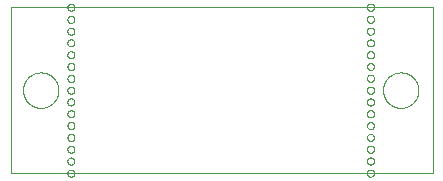
<source format=gbr>
G04 EAGLE Gerber RS-274X export*
G75*
%MOMM*%
%FSLAX34Y34*%
%LPD*%
%AMOC8*
5,1,8,0,0,1.08239X$1,22.5*%
G01*
%ADD10C,0.025400*%
%ADD11C,0.000000*%


D10*
X0Y0D02*
X357200Y0D01*
X357200Y140462D01*
X0Y140462D01*
X0Y0D01*
D11*
X10400Y70231D02*
X10405Y70599D01*
X10418Y70967D01*
X10441Y71334D01*
X10472Y71701D01*
X10513Y72067D01*
X10562Y72432D01*
X10621Y72795D01*
X10688Y73157D01*
X10764Y73518D01*
X10850Y73876D01*
X10943Y74232D01*
X11046Y74585D01*
X11157Y74936D01*
X11277Y75284D01*
X11405Y75629D01*
X11542Y75971D01*
X11687Y76310D01*
X11840Y76644D01*
X12002Y76975D01*
X12171Y77302D01*
X12349Y77624D01*
X12534Y77943D01*
X12727Y78256D01*
X12928Y78565D01*
X13136Y78868D01*
X13352Y79166D01*
X13575Y79459D01*
X13805Y79747D01*
X14042Y80029D01*
X14286Y80304D01*
X14536Y80574D01*
X14793Y80838D01*
X15057Y81095D01*
X15327Y81345D01*
X15602Y81589D01*
X15884Y81826D01*
X16172Y82056D01*
X16465Y82279D01*
X16763Y82495D01*
X17066Y82703D01*
X17375Y82904D01*
X17688Y83097D01*
X18007Y83282D01*
X18329Y83460D01*
X18656Y83629D01*
X18987Y83791D01*
X19321Y83944D01*
X19660Y84089D01*
X20002Y84226D01*
X20347Y84354D01*
X20695Y84474D01*
X21046Y84585D01*
X21399Y84688D01*
X21755Y84781D01*
X22113Y84867D01*
X22474Y84943D01*
X22836Y85010D01*
X23199Y85069D01*
X23564Y85118D01*
X23930Y85159D01*
X24297Y85190D01*
X24664Y85213D01*
X25032Y85226D01*
X25400Y85231D01*
X25768Y85226D01*
X26136Y85213D01*
X26503Y85190D01*
X26870Y85159D01*
X27236Y85118D01*
X27601Y85069D01*
X27964Y85010D01*
X28326Y84943D01*
X28687Y84867D01*
X29045Y84781D01*
X29401Y84688D01*
X29754Y84585D01*
X30105Y84474D01*
X30453Y84354D01*
X30798Y84226D01*
X31140Y84089D01*
X31479Y83944D01*
X31813Y83791D01*
X32144Y83629D01*
X32471Y83460D01*
X32793Y83282D01*
X33112Y83097D01*
X33425Y82904D01*
X33734Y82703D01*
X34037Y82495D01*
X34335Y82279D01*
X34628Y82056D01*
X34916Y81826D01*
X35198Y81589D01*
X35473Y81345D01*
X35743Y81095D01*
X36007Y80838D01*
X36264Y80574D01*
X36514Y80304D01*
X36758Y80029D01*
X36995Y79747D01*
X37225Y79459D01*
X37448Y79166D01*
X37664Y78868D01*
X37872Y78565D01*
X38073Y78256D01*
X38266Y77943D01*
X38451Y77624D01*
X38629Y77302D01*
X38798Y76975D01*
X38960Y76644D01*
X39113Y76310D01*
X39258Y75971D01*
X39395Y75629D01*
X39523Y75284D01*
X39643Y74936D01*
X39754Y74585D01*
X39857Y74232D01*
X39950Y73876D01*
X40036Y73518D01*
X40112Y73157D01*
X40179Y72795D01*
X40238Y72432D01*
X40287Y72067D01*
X40328Y71701D01*
X40359Y71334D01*
X40382Y70967D01*
X40395Y70599D01*
X40400Y70231D01*
X40395Y69863D01*
X40382Y69495D01*
X40359Y69128D01*
X40328Y68761D01*
X40287Y68395D01*
X40238Y68030D01*
X40179Y67667D01*
X40112Y67305D01*
X40036Y66944D01*
X39950Y66586D01*
X39857Y66230D01*
X39754Y65877D01*
X39643Y65526D01*
X39523Y65178D01*
X39395Y64833D01*
X39258Y64491D01*
X39113Y64152D01*
X38960Y63818D01*
X38798Y63487D01*
X38629Y63160D01*
X38451Y62838D01*
X38266Y62519D01*
X38073Y62206D01*
X37872Y61897D01*
X37664Y61594D01*
X37448Y61296D01*
X37225Y61003D01*
X36995Y60715D01*
X36758Y60433D01*
X36514Y60158D01*
X36264Y59888D01*
X36007Y59624D01*
X35743Y59367D01*
X35473Y59117D01*
X35198Y58873D01*
X34916Y58636D01*
X34628Y58406D01*
X34335Y58183D01*
X34037Y57967D01*
X33734Y57759D01*
X33425Y57558D01*
X33112Y57365D01*
X32793Y57180D01*
X32471Y57002D01*
X32144Y56833D01*
X31813Y56671D01*
X31479Y56518D01*
X31140Y56373D01*
X30798Y56236D01*
X30453Y56108D01*
X30105Y55988D01*
X29754Y55877D01*
X29401Y55774D01*
X29045Y55681D01*
X28687Y55595D01*
X28326Y55519D01*
X27964Y55452D01*
X27601Y55393D01*
X27236Y55344D01*
X26870Y55303D01*
X26503Y55272D01*
X26136Y55249D01*
X25768Y55236D01*
X25400Y55231D01*
X25032Y55236D01*
X24664Y55249D01*
X24297Y55272D01*
X23930Y55303D01*
X23564Y55344D01*
X23199Y55393D01*
X22836Y55452D01*
X22474Y55519D01*
X22113Y55595D01*
X21755Y55681D01*
X21399Y55774D01*
X21046Y55877D01*
X20695Y55988D01*
X20347Y56108D01*
X20002Y56236D01*
X19660Y56373D01*
X19321Y56518D01*
X18987Y56671D01*
X18656Y56833D01*
X18329Y57002D01*
X18007Y57180D01*
X17688Y57365D01*
X17375Y57558D01*
X17066Y57759D01*
X16763Y57967D01*
X16465Y58183D01*
X16172Y58406D01*
X15884Y58636D01*
X15602Y58873D01*
X15327Y59117D01*
X15057Y59367D01*
X14793Y59624D01*
X14536Y59888D01*
X14286Y60158D01*
X14042Y60433D01*
X13805Y60715D01*
X13575Y61003D01*
X13352Y61296D01*
X13136Y61594D01*
X12928Y61897D01*
X12727Y62206D01*
X12534Y62519D01*
X12349Y62838D01*
X12171Y63160D01*
X12002Y63487D01*
X11840Y63818D01*
X11687Y64152D01*
X11542Y64491D01*
X11405Y64833D01*
X11277Y65178D01*
X11157Y65526D01*
X11046Y65877D01*
X10943Y66230D01*
X10850Y66586D01*
X10764Y66944D01*
X10688Y67305D01*
X10621Y67667D01*
X10562Y68030D01*
X10513Y68395D01*
X10472Y68761D01*
X10441Y69128D01*
X10418Y69495D01*
X10405Y69863D01*
X10400Y70231D01*
X315200Y70231D02*
X315205Y70599D01*
X315218Y70967D01*
X315241Y71334D01*
X315272Y71701D01*
X315313Y72067D01*
X315362Y72432D01*
X315421Y72795D01*
X315488Y73157D01*
X315564Y73518D01*
X315650Y73876D01*
X315743Y74232D01*
X315846Y74585D01*
X315957Y74936D01*
X316077Y75284D01*
X316205Y75629D01*
X316342Y75971D01*
X316487Y76310D01*
X316640Y76644D01*
X316802Y76975D01*
X316971Y77302D01*
X317149Y77624D01*
X317334Y77943D01*
X317527Y78256D01*
X317728Y78565D01*
X317936Y78868D01*
X318152Y79166D01*
X318375Y79459D01*
X318605Y79747D01*
X318842Y80029D01*
X319086Y80304D01*
X319336Y80574D01*
X319593Y80838D01*
X319857Y81095D01*
X320127Y81345D01*
X320402Y81589D01*
X320684Y81826D01*
X320972Y82056D01*
X321265Y82279D01*
X321563Y82495D01*
X321866Y82703D01*
X322175Y82904D01*
X322488Y83097D01*
X322807Y83282D01*
X323129Y83460D01*
X323456Y83629D01*
X323787Y83791D01*
X324121Y83944D01*
X324460Y84089D01*
X324802Y84226D01*
X325147Y84354D01*
X325495Y84474D01*
X325846Y84585D01*
X326199Y84688D01*
X326555Y84781D01*
X326913Y84867D01*
X327274Y84943D01*
X327636Y85010D01*
X327999Y85069D01*
X328364Y85118D01*
X328730Y85159D01*
X329097Y85190D01*
X329464Y85213D01*
X329832Y85226D01*
X330200Y85231D01*
X330568Y85226D01*
X330936Y85213D01*
X331303Y85190D01*
X331670Y85159D01*
X332036Y85118D01*
X332401Y85069D01*
X332764Y85010D01*
X333126Y84943D01*
X333487Y84867D01*
X333845Y84781D01*
X334201Y84688D01*
X334554Y84585D01*
X334905Y84474D01*
X335253Y84354D01*
X335598Y84226D01*
X335940Y84089D01*
X336279Y83944D01*
X336613Y83791D01*
X336944Y83629D01*
X337271Y83460D01*
X337593Y83282D01*
X337912Y83097D01*
X338225Y82904D01*
X338534Y82703D01*
X338837Y82495D01*
X339135Y82279D01*
X339428Y82056D01*
X339716Y81826D01*
X339998Y81589D01*
X340273Y81345D01*
X340543Y81095D01*
X340807Y80838D01*
X341064Y80574D01*
X341314Y80304D01*
X341558Y80029D01*
X341795Y79747D01*
X342025Y79459D01*
X342248Y79166D01*
X342464Y78868D01*
X342672Y78565D01*
X342873Y78256D01*
X343066Y77943D01*
X343251Y77624D01*
X343429Y77302D01*
X343598Y76975D01*
X343760Y76644D01*
X343913Y76310D01*
X344058Y75971D01*
X344195Y75629D01*
X344323Y75284D01*
X344443Y74936D01*
X344554Y74585D01*
X344657Y74232D01*
X344750Y73876D01*
X344836Y73518D01*
X344912Y73157D01*
X344979Y72795D01*
X345038Y72432D01*
X345087Y72067D01*
X345128Y71701D01*
X345159Y71334D01*
X345182Y70967D01*
X345195Y70599D01*
X345200Y70231D01*
X345195Y69863D01*
X345182Y69495D01*
X345159Y69128D01*
X345128Y68761D01*
X345087Y68395D01*
X345038Y68030D01*
X344979Y67667D01*
X344912Y67305D01*
X344836Y66944D01*
X344750Y66586D01*
X344657Y66230D01*
X344554Y65877D01*
X344443Y65526D01*
X344323Y65178D01*
X344195Y64833D01*
X344058Y64491D01*
X343913Y64152D01*
X343760Y63818D01*
X343598Y63487D01*
X343429Y63160D01*
X343251Y62838D01*
X343066Y62519D01*
X342873Y62206D01*
X342672Y61897D01*
X342464Y61594D01*
X342248Y61296D01*
X342025Y61003D01*
X341795Y60715D01*
X341558Y60433D01*
X341314Y60158D01*
X341064Y59888D01*
X340807Y59624D01*
X340543Y59367D01*
X340273Y59117D01*
X339998Y58873D01*
X339716Y58636D01*
X339428Y58406D01*
X339135Y58183D01*
X338837Y57967D01*
X338534Y57759D01*
X338225Y57558D01*
X337912Y57365D01*
X337593Y57180D01*
X337271Y57002D01*
X336944Y56833D01*
X336613Y56671D01*
X336279Y56518D01*
X335940Y56373D01*
X335598Y56236D01*
X335253Y56108D01*
X334905Y55988D01*
X334554Y55877D01*
X334201Y55774D01*
X333845Y55681D01*
X333487Y55595D01*
X333126Y55519D01*
X332764Y55452D01*
X332401Y55393D01*
X332036Y55344D01*
X331670Y55303D01*
X331303Y55272D01*
X330936Y55249D01*
X330568Y55236D01*
X330200Y55231D01*
X329832Y55236D01*
X329464Y55249D01*
X329097Y55272D01*
X328730Y55303D01*
X328364Y55344D01*
X327999Y55393D01*
X327636Y55452D01*
X327274Y55519D01*
X326913Y55595D01*
X326555Y55681D01*
X326199Y55774D01*
X325846Y55877D01*
X325495Y55988D01*
X325147Y56108D01*
X324802Y56236D01*
X324460Y56373D01*
X324121Y56518D01*
X323787Y56671D01*
X323456Y56833D01*
X323129Y57002D01*
X322807Y57180D01*
X322488Y57365D01*
X322175Y57558D01*
X321866Y57759D01*
X321563Y57967D01*
X321265Y58183D01*
X320972Y58406D01*
X320684Y58636D01*
X320402Y58873D01*
X320127Y59117D01*
X319857Y59367D01*
X319593Y59624D01*
X319336Y59888D01*
X319086Y60158D01*
X318842Y60433D01*
X318605Y60715D01*
X318375Y61003D01*
X318152Y61296D01*
X317936Y61594D01*
X317728Y61897D01*
X317527Y62206D01*
X317334Y62519D01*
X317149Y62838D01*
X316971Y63160D01*
X316802Y63487D01*
X316640Y63818D01*
X316487Y64152D01*
X316342Y64491D01*
X316205Y64833D01*
X316077Y65178D01*
X315957Y65526D01*
X315846Y65877D01*
X315743Y66230D01*
X315650Y66586D01*
X315564Y66944D01*
X315488Y67305D01*
X315421Y67667D01*
X315362Y68030D01*
X315313Y68395D01*
X315272Y68761D01*
X315241Y69128D01*
X315218Y69495D01*
X315205Y69863D01*
X315200Y70231D01*
X48000Y70231D02*
X48002Y70340D01*
X48008Y70449D01*
X48018Y70557D01*
X48032Y70665D01*
X48049Y70773D01*
X48071Y70880D01*
X48096Y70986D01*
X48126Y71090D01*
X48159Y71194D01*
X48196Y71297D01*
X48236Y71398D01*
X48280Y71497D01*
X48328Y71595D01*
X48380Y71692D01*
X48434Y71786D01*
X48492Y71878D01*
X48554Y71968D01*
X48619Y72055D01*
X48686Y72141D01*
X48757Y72224D01*
X48831Y72304D01*
X48908Y72381D01*
X48987Y72456D01*
X49069Y72527D01*
X49154Y72596D01*
X49241Y72661D01*
X49330Y72724D01*
X49422Y72782D01*
X49516Y72838D01*
X49611Y72890D01*
X49709Y72939D01*
X49808Y72984D01*
X49909Y73026D01*
X50011Y73063D01*
X50114Y73097D01*
X50219Y73128D01*
X50325Y73154D01*
X50431Y73177D01*
X50539Y73195D01*
X50647Y73210D01*
X50755Y73221D01*
X50864Y73228D01*
X50973Y73231D01*
X51082Y73230D01*
X51191Y73225D01*
X51299Y73216D01*
X51407Y73203D01*
X51515Y73186D01*
X51622Y73166D01*
X51728Y73141D01*
X51833Y73113D01*
X51937Y73081D01*
X52040Y73045D01*
X52142Y73005D01*
X52242Y72962D01*
X52340Y72915D01*
X52437Y72865D01*
X52531Y72811D01*
X52624Y72753D01*
X52715Y72693D01*
X52803Y72629D01*
X52889Y72562D01*
X52972Y72492D01*
X53053Y72419D01*
X53131Y72343D01*
X53206Y72264D01*
X53279Y72182D01*
X53348Y72098D01*
X53414Y72012D01*
X53477Y71923D01*
X53537Y71832D01*
X53594Y71739D01*
X53647Y71644D01*
X53696Y71547D01*
X53742Y71448D01*
X53784Y71348D01*
X53823Y71246D01*
X53858Y71142D01*
X53889Y71038D01*
X53917Y70933D01*
X53940Y70826D01*
X53960Y70719D01*
X53976Y70611D01*
X53988Y70503D01*
X53996Y70394D01*
X54000Y70285D01*
X54000Y70177D01*
X53996Y70068D01*
X53988Y69959D01*
X53976Y69851D01*
X53960Y69743D01*
X53940Y69636D01*
X53917Y69529D01*
X53889Y69424D01*
X53858Y69320D01*
X53823Y69216D01*
X53784Y69114D01*
X53742Y69014D01*
X53696Y68915D01*
X53647Y68818D01*
X53594Y68723D01*
X53537Y68630D01*
X53477Y68539D01*
X53414Y68450D01*
X53348Y68364D01*
X53279Y68280D01*
X53206Y68198D01*
X53131Y68119D01*
X53053Y68043D01*
X52972Y67970D01*
X52889Y67900D01*
X52803Y67833D01*
X52715Y67769D01*
X52624Y67709D01*
X52531Y67651D01*
X52437Y67597D01*
X52340Y67547D01*
X52242Y67500D01*
X52142Y67457D01*
X52040Y67417D01*
X51937Y67381D01*
X51833Y67349D01*
X51728Y67321D01*
X51622Y67296D01*
X51515Y67276D01*
X51407Y67259D01*
X51299Y67246D01*
X51191Y67237D01*
X51082Y67232D01*
X50973Y67231D01*
X50864Y67234D01*
X50755Y67241D01*
X50647Y67252D01*
X50539Y67267D01*
X50431Y67285D01*
X50325Y67308D01*
X50219Y67334D01*
X50114Y67365D01*
X50011Y67399D01*
X49909Y67436D01*
X49808Y67478D01*
X49709Y67523D01*
X49611Y67572D01*
X49516Y67624D01*
X49422Y67680D01*
X49330Y67738D01*
X49241Y67801D01*
X49154Y67866D01*
X49069Y67935D01*
X48987Y68006D01*
X48908Y68081D01*
X48831Y68158D01*
X48757Y68238D01*
X48686Y68321D01*
X48619Y68407D01*
X48554Y68494D01*
X48492Y68584D01*
X48434Y68676D01*
X48380Y68770D01*
X48328Y68867D01*
X48280Y68965D01*
X48236Y69064D01*
X48196Y69165D01*
X48159Y69268D01*
X48126Y69372D01*
X48096Y69476D01*
X48071Y69582D01*
X48049Y69689D01*
X48032Y69797D01*
X48018Y69905D01*
X48008Y70013D01*
X48002Y70122D01*
X48000Y70231D01*
X48000Y80231D02*
X48002Y80340D01*
X48008Y80449D01*
X48018Y80557D01*
X48032Y80665D01*
X48049Y80773D01*
X48071Y80880D01*
X48096Y80986D01*
X48126Y81090D01*
X48159Y81194D01*
X48196Y81297D01*
X48236Y81398D01*
X48280Y81497D01*
X48328Y81595D01*
X48380Y81692D01*
X48434Y81786D01*
X48492Y81878D01*
X48554Y81968D01*
X48619Y82055D01*
X48686Y82141D01*
X48757Y82224D01*
X48831Y82304D01*
X48908Y82381D01*
X48987Y82456D01*
X49069Y82527D01*
X49154Y82596D01*
X49241Y82661D01*
X49330Y82724D01*
X49422Y82782D01*
X49516Y82838D01*
X49611Y82890D01*
X49709Y82939D01*
X49808Y82984D01*
X49909Y83026D01*
X50011Y83063D01*
X50114Y83097D01*
X50219Y83128D01*
X50325Y83154D01*
X50431Y83177D01*
X50539Y83195D01*
X50647Y83210D01*
X50755Y83221D01*
X50864Y83228D01*
X50973Y83231D01*
X51082Y83230D01*
X51191Y83225D01*
X51299Y83216D01*
X51407Y83203D01*
X51515Y83186D01*
X51622Y83166D01*
X51728Y83141D01*
X51833Y83113D01*
X51937Y83081D01*
X52040Y83045D01*
X52142Y83005D01*
X52242Y82962D01*
X52340Y82915D01*
X52437Y82865D01*
X52531Y82811D01*
X52624Y82753D01*
X52715Y82693D01*
X52803Y82629D01*
X52889Y82562D01*
X52972Y82492D01*
X53053Y82419D01*
X53131Y82343D01*
X53206Y82264D01*
X53279Y82182D01*
X53348Y82098D01*
X53414Y82012D01*
X53477Y81923D01*
X53537Y81832D01*
X53594Y81739D01*
X53647Y81644D01*
X53696Y81547D01*
X53742Y81448D01*
X53784Y81348D01*
X53823Y81246D01*
X53858Y81142D01*
X53889Y81038D01*
X53917Y80933D01*
X53940Y80826D01*
X53960Y80719D01*
X53976Y80611D01*
X53988Y80503D01*
X53996Y80394D01*
X54000Y80285D01*
X54000Y80177D01*
X53996Y80068D01*
X53988Y79959D01*
X53976Y79851D01*
X53960Y79743D01*
X53940Y79636D01*
X53917Y79529D01*
X53889Y79424D01*
X53858Y79320D01*
X53823Y79216D01*
X53784Y79114D01*
X53742Y79014D01*
X53696Y78915D01*
X53647Y78818D01*
X53594Y78723D01*
X53537Y78630D01*
X53477Y78539D01*
X53414Y78450D01*
X53348Y78364D01*
X53279Y78280D01*
X53206Y78198D01*
X53131Y78119D01*
X53053Y78043D01*
X52972Y77970D01*
X52889Y77900D01*
X52803Y77833D01*
X52715Y77769D01*
X52624Y77709D01*
X52531Y77651D01*
X52437Y77597D01*
X52340Y77547D01*
X52242Y77500D01*
X52142Y77457D01*
X52040Y77417D01*
X51937Y77381D01*
X51833Y77349D01*
X51728Y77321D01*
X51622Y77296D01*
X51515Y77276D01*
X51407Y77259D01*
X51299Y77246D01*
X51191Y77237D01*
X51082Y77232D01*
X50973Y77231D01*
X50864Y77234D01*
X50755Y77241D01*
X50647Y77252D01*
X50539Y77267D01*
X50431Y77285D01*
X50325Y77308D01*
X50219Y77334D01*
X50114Y77365D01*
X50011Y77399D01*
X49909Y77436D01*
X49808Y77478D01*
X49709Y77523D01*
X49611Y77572D01*
X49516Y77624D01*
X49422Y77680D01*
X49330Y77738D01*
X49241Y77801D01*
X49154Y77866D01*
X49069Y77935D01*
X48987Y78006D01*
X48908Y78081D01*
X48831Y78158D01*
X48757Y78238D01*
X48686Y78321D01*
X48619Y78407D01*
X48554Y78494D01*
X48492Y78584D01*
X48434Y78676D01*
X48380Y78770D01*
X48328Y78867D01*
X48280Y78965D01*
X48236Y79064D01*
X48196Y79165D01*
X48159Y79268D01*
X48126Y79372D01*
X48096Y79476D01*
X48071Y79582D01*
X48049Y79689D01*
X48032Y79797D01*
X48018Y79905D01*
X48008Y80013D01*
X48002Y80122D01*
X48000Y80231D01*
X48000Y90231D02*
X48002Y90340D01*
X48008Y90449D01*
X48018Y90557D01*
X48032Y90665D01*
X48049Y90773D01*
X48071Y90880D01*
X48096Y90986D01*
X48126Y91090D01*
X48159Y91194D01*
X48196Y91297D01*
X48236Y91398D01*
X48280Y91497D01*
X48328Y91595D01*
X48380Y91692D01*
X48434Y91786D01*
X48492Y91878D01*
X48554Y91968D01*
X48619Y92055D01*
X48686Y92141D01*
X48757Y92224D01*
X48831Y92304D01*
X48908Y92381D01*
X48987Y92456D01*
X49069Y92527D01*
X49154Y92596D01*
X49241Y92661D01*
X49330Y92724D01*
X49422Y92782D01*
X49516Y92838D01*
X49611Y92890D01*
X49709Y92939D01*
X49808Y92984D01*
X49909Y93026D01*
X50011Y93063D01*
X50114Y93097D01*
X50219Y93128D01*
X50325Y93154D01*
X50431Y93177D01*
X50539Y93195D01*
X50647Y93210D01*
X50755Y93221D01*
X50864Y93228D01*
X50973Y93231D01*
X51082Y93230D01*
X51191Y93225D01*
X51299Y93216D01*
X51407Y93203D01*
X51515Y93186D01*
X51622Y93166D01*
X51728Y93141D01*
X51833Y93113D01*
X51937Y93081D01*
X52040Y93045D01*
X52142Y93005D01*
X52242Y92962D01*
X52340Y92915D01*
X52437Y92865D01*
X52531Y92811D01*
X52624Y92753D01*
X52715Y92693D01*
X52803Y92629D01*
X52889Y92562D01*
X52972Y92492D01*
X53053Y92419D01*
X53131Y92343D01*
X53206Y92264D01*
X53279Y92182D01*
X53348Y92098D01*
X53414Y92012D01*
X53477Y91923D01*
X53537Y91832D01*
X53594Y91739D01*
X53647Y91644D01*
X53696Y91547D01*
X53742Y91448D01*
X53784Y91348D01*
X53823Y91246D01*
X53858Y91142D01*
X53889Y91038D01*
X53917Y90933D01*
X53940Y90826D01*
X53960Y90719D01*
X53976Y90611D01*
X53988Y90503D01*
X53996Y90394D01*
X54000Y90285D01*
X54000Y90177D01*
X53996Y90068D01*
X53988Y89959D01*
X53976Y89851D01*
X53960Y89743D01*
X53940Y89636D01*
X53917Y89529D01*
X53889Y89424D01*
X53858Y89320D01*
X53823Y89216D01*
X53784Y89114D01*
X53742Y89014D01*
X53696Y88915D01*
X53647Y88818D01*
X53594Y88723D01*
X53537Y88630D01*
X53477Y88539D01*
X53414Y88450D01*
X53348Y88364D01*
X53279Y88280D01*
X53206Y88198D01*
X53131Y88119D01*
X53053Y88043D01*
X52972Y87970D01*
X52889Y87900D01*
X52803Y87833D01*
X52715Y87769D01*
X52624Y87709D01*
X52531Y87651D01*
X52437Y87597D01*
X52340Y87547D01*
X52242Y87500D01*
X52142Y87457D01*
X52040Y87417D01*
X51937Y87381D01*
X51833Y87349D01*
X51728Y87321D01*
X51622Y87296D01*
X51515Y87276D01*
X51407Y87259D01*
X51299Y87246D01*
X51191Y87237D01*
X51082Y87232D01*
X50973Y87231D01*
X50864Y87234D01*
X50755Y87241D01*
X50647Y87252D01*
X50539Y87267D01*
X50431Y87285D01*
X50325Y87308D01*
X50219Y87334D01*
X50114Y87365D01*
X50011Y87399D01*
X49909Y87436D01*
X49808Y87478D01*
X49709Y87523D01*
X49611Y87572D01*
X49516Y87624D01*
X49422Y87680D01*
X49330Y87738D01*
X49241Y87801D01*
X49154Y87866D01*
X49069Y87935D01*
X48987Y88006D01*
X48908Y88081D01*
X48831Y88158D01*
X48757Y88238D01*
X48686Y88321D01*
X48619Y88407D01*
X48554Y88494D01*
X48492Y88584D01*
X48434Y88676D01*
X48380Y88770D01*
X48328Y88867D01*
X48280Y88965D01*
X48236Y89064D01*
X48196Y89165D01*
X48159Y89268D01*
X48126Y89372D01*
X48096Y89476D01*
X48071Y89582D01*
X48049Y89689D01*
X48032Y89797D01*
X48018Y89905D01*
X48008Y90013D01*
X48002Y90122D01*
X48000Y90231D01*
X48000Y100231D02*
X48002Y100340D01*
X48008Y100449D01*
X48018Y100557D01*
X48032Y100665D01*
X48049Y100773D01*
X48071Y100880D01*
X48096Y100986D01*
X48126Y101090D01*
X48159Y101194D01*
X48196Y101297D01*
X48236Y101398D01*
X48280Y101497D01*
X48328Y101595D01*
X48380Y101692D01*
X48434Y101786D01*
X48492Y101878D01*
X48554Y101968D01*
X48619Y102055D01*
X48686Y102141D01*
X48757Y102224D01*
X48831Y102304D01*
X48908Y102381D01*
X48987Y102456D01*
X49069Y102527D01*
X49154Y102596D01*
X49241Y102661D01*
X49330Y102724D01*
X49422Y102782D01*
X49516Y102838D01*
X49611Y102890D01*
X49709Y102939D01*
X49808Y102984D01*
X49909Y103026D01*
X50011Y103063D01*
X50114Y103097D01*
X50219Y103128D01*
X50325Y103154D01*
X50431Y103177D01*
X50539Y103195D01*
X50647Y103210D01*
X50755Y103221D01*
X50864Y103228D01*
X50973Y103231D01*
X51082Y103230D01*
X51191Y103225D01*
X51299Y103216D01*
X51407Y103203D01*
X51515Y103186D01*
X51622Y103166D01*
X51728Y103141D01*
X51833Y103113D01*
X51937Y103081D01*
X52040Y103045D01*
X52142Y103005D01*
X52242Y102962D01*
X52340Y102915D01*
X52437Y102865D01*
X52531Y102811D01*
X52624Y102753D01*
X52715Y102693D01*
X52803Y102629D01*
X52889Y102562D01*
X52972Y102492D01*
X53053Y102419D01*
X53131Y102343D01*
X53206Y102264D01*
X53279Y102182D01*
X53348Y102098D01*
X53414Y102012D01*
X53477Y101923D01*
X53537Y101832D01*
X53594Y101739D01*
X53647Y101644D01*
X53696Y101547D01*
X53742Y101448D01*
X53784Y101348D01*
X53823Y101246D01*
X53858Y101142D01*
X53889Y101038D01*
X53917Y100933D01*
X53940Y100826D01*
X53960Y100719D01*
X53976Y100611D01*
X53988Y100503D01*
X53996Y100394D01*
X54000Y100285D01*
X54000Y100177D01*
X53996Y100068D01*
X53988Y99959D01*
X53976Y99851D01*
X53960Y99743D01*
X53940Y99636D01*
X53917Y99529D01*
X53889Y99424D01*
X53858Y99320D01*
X53823Y99216D01*
X53784Y99114D01*
X53742Y99014D01*
X53696Y98915D01*
X53647Y98818D01*
X53594Y98723D01*
X53537Y98630D01*
X53477Y98539D01*
X53414Y98450D01*
X53348Y98364D01*
X53279Y98280D01*
X53206Y98198D01*
X53131Y98119D01*
X53053Y98043D01*
X52972Y97970D01*
X52889Y97900D01*
X52803Y97833D01*
X52715Y97769D01*
X52624Y97709D01*
X52531Y97651D01*
X52437Y97597D01*
X52340Y97547D01*
X52242Y97500D01*
X52142Y97457D01*
X52040Y97417D01*
X51937Y97381D01*
X51833Y97349D01*
X51728Y97321D01*
X51622Y97296D01*
X51515Y97276D01*
X51407Y97259D01*
X51299Y97246D01*
X51191Y97237D01*
X51082Y97232D01*
X50973Y97231D01*
X50864Y97234D01*
X50755Y97241D01*
X50647Y97252D01*
X50539Y97267D01*
X50431Y97285D01*
X50325Y97308D01*
X50219Y97334D01*
X50114Y97365D01*
X50011Y97399D01*
X49909Y97436D01*
X49808Y97478D01*
X49709Y97523D01*
X49611Y97572D01*
X49516Y97624D01*
X49422Y97680D01*
X49330Y97738D01*
X49241Y97801D01*
X49154Y97866D01*
X49069Y97935D01*
X48987Y98006D01*
X48908Y98081D01*
X48831Y98158D01*
X48757Y98238D01*
X48686Y98321D01*
X48619Y98407D01*
X48554Y98494D01*
X48492Y98584D01*
X48434Y98676D01*
X48380Y98770D01*
X48328Y98867D01*
X48280Y98965D01*
X48236Y99064D01*
X48196Y99165D01*
X48159Y99268D01*
X48126Y99372D01*
X48096Y99476D01*
X48071Y99582D01*
X48049Y99689D01*
X48032Y99797D01*
X48018Y99905D01*
X48008Y100013D01*
X48002Y100122D01*
X48000Y100231D01*
X48000Y110231D02*
X48002Y110340D01*
X48008Y110449D01*
X48018Y110557D01*
X48032Y110665D01*
X48049Y110773D01*
X48071Y110880D01*
X48096Y110986D01*
X48126Y111090D01*
X48159Y111194D01*
X48196Y111297D01*
X48236Y111398D01*
X48280Y111497D01*
X48328Y111595D01*
X48380Y111692D01*
X48434Y111786D01*
X48492Y111878D01*
X48554Y111968D01*
X48619Y112055D01*
X48686Y112141D01*
X48757Y112224D01*
X48831Y112304D01*
X48908Y112381D01*
X48987Y112456D01*
X49069Y112527D01*
X49154Y112596D01*
X49241Y112661D01*
X49330Y112724D01*
X49422Y112782D01*
X49516Y112838D01*
X49611Y112890D01*
X49709Y112939D01*
X49808Y112984D01*
X49909Y113026D01*
X50011Y113063D01*
X50114Y113097D01*
X50219Y113128D01*
X50325Y113154D01*
X50431Y113177D01*
X50539Y113195D01*
X50647Y113210D01*
X50755Y113221D01*
X50864Y113228D01*
X50973Y113231D01*
X51082Y113230D01*
X51191Y113225D01*
X51299Y113216D01*
X51407Y113203D01*
X51515Y113186D01*
X51622Y113166D01*
X51728Y113141D01*
X51833Y113113D01*
X51937Y113081D01*
X52040Y113045D01*
X52142Y113005D01*
X52242Y112962D01*
X52340Y112915D01*
X52437Y112865D01*
X52531Y112811D01*
X52624Y112753D01*
X52715Y112693D01*
X52803Y112629D01*
X52889Y112562D01*
X52972Y112492D01*
X53053Y112419D01*
X53131Y112343D01*
X53206Y112264D01*
X53279Y112182D01*
X53348Y112098D01*
X53414Y112012D01*
X53477Y111923D01*
X53537Y111832D01*
X53594Y111739D01*
X53647Y111644D01*
X53696Y111547D01*
X53742Y111448D01*
X53784Y111348D01*
X53823Y111246D01*
X53858Y111142D01*
X53889Y111038D01*
X53917Y110933D01*
X53940Y110826D01*
X53960Y110719D01*
X53976Y110611D01*
X53988Y110503D01*
X53996Y110394D01*
X54000Y110285D01*
X54000Y110177D01*
X53996Y110068D01*
X53988Y109959D01*
X53976Y109851D01*
X53960Y109743D01*
X53940Y109636D01*
X53917Y109529D01*
X53889Y109424D01*
X53858Y109320D01*
X53823Y109216D01*
X53784Y109114D01*
X53742Y109014D01*
X53696Y108915D01*
X53647Y108818D01*
X53594Y108723D01*
X53537Y108630D01*
X53477Y108539D01*
X53414Y108450D01*
X53348Y108364D01*
X53279Y108280D01*
X53206Y108198D01*
X53131Y108119D01*
X53053Y108043D01*
X52972Y107970D01*
X52889Y107900D01*
X52803Y107833D01*
X52715Y107769D01*
X52624Y107709D01*
X52531Y107651D01*
X52437Y107597D01*
X52340Y107547D01*
X52242Y107500D01*
X52142Y107457D01*
X52040Y107417D01*
X51937Y107381D01*
X51833Y107349D01*
X51728Y107321D01*
X51622Y107296D01*
X51515Y107276D01*
X51407Y107259D01*
X51299Y107246D01*
X51191Y107237D01*
X51082Y107232D01*
X50973Y107231D01*
X50864Y107234D01*
X50755Y107241D01*
X50647Y107252D01*
X50539Y107267D01*
X50431Y107285D01*
X50325Y107308D01*
X50219Y107334D01*
X50114Y107365D01*
X50011Y107399D01*
X49909Y107436D01*
X49808Y107478D01*
X49709Y107523D01*
X49611Y107572D01*
X49516Y107624D01*
X49422Y107680D01*
X49330Y107738D01*
X49241Y107801D01*
X49154Y107866D01*
X49069Y107935D01*
X48987Y108006D01*
X48908Y108081D01*
X48831Y108158D01*
X48757Y108238D01*
X48686Y108321D01*
X48619Y108407D01*
X48554Y108494D01*
X48492Y108584D01*
X48434Y108676D01*
X48380Y108770D01*
X48328Y108867D01*
X48280Y108965D01*
X48236Y109064D01*
X48196Y109165D01*
X48159Y109268D01*
X48126Y109372D01*
X48096Y109476D01*
X48071Y109582D01*
X48049Y109689D01*
X48032Y109797D01*
X48018Y109905D01*
X48008Y110013D01*
X48002Y110122D01*
X48000Y110231D01*
X48000Y120231D02*
X48002Y120340D01*
X48008Y120449D01*
X48018Y120557D01*
X48032Y120665D01*
X48049Y120773D01*
X48071Y120880D01*
X48096Y120986D01*
X48126Y121090D01*
X48159Y121194D01*
X48196Y121297D01*
X48236Y121398D01*
X48280Y121497D01*
X48328Y121595D01*
X48380Y121692D01*
X48434Y121786D01*
X48492Y121878D01*
X48554Y121968D01*
X48619Y122055D01*
X48686Y122141D01*
X48757Y122224D01*
X48831Y122304D01*
X48908Y122381D01*
X48987Y122456D01*
X49069Y122527D01*
X49154Y122596D01*
X49241Y122661D01*
X49330Y122724D01*
X49422Y122782D01*
X49516Y122838D01*
X49611Y122890D01*
X49709Y122939D01*
X49808Y122984D01*
X49909Y123026D01*
X50011Y123063D01*
X50114Y123097D01*
X50219Y123128D01*
X50325Y123154D01*
X50431Y123177D01*
X50539Y123195D01*
X50647Y123210D01*
X50755Y123221D01*
X50864Y123228D01*
X50973Y123231D01*
X51082Y123230D01*
X51191Y123225D01*
X51299Y123216D01*
X51407Y123203D01*
X51515Y123186D01*
X51622Y123166D01*
X51728Y123141D01*
X51833Y123113D01*
X51937Y123081D01*
X52040Y123045D01*
X52142Y123005D01*
X52242Y122962D01*
X52340Y122915D01*
X52437Y122865D01*
X52531Y122811D01*
X52624Y122753D01*
X52715Y122693D01*
X52803Y122629D01*
X52889Y122562D01*
X52972Y122492D01*
X53053Y122419D01*
X53131Y122343D01*
X53206Y122264D01*
X53279Y122182D01*
X53348Y122098D01*
X53414Y122012D01*
X53477Y121923D01*
X53537Y121832D01*
X53594Y121739D01*
X53647Y121644D01*
X53696Y121547D01*
X53742Y121448D01*
X53784Y121348D01*
X53823Y121246D01*
X53858Y121142D01*
X53889Y121038D01*
X53917Y120933D01*
X53940Y120826D01*
X53960Y120719D01*
X53976Y120611D01*
X53988Y120503D01*
X53996Y120394D01*
X54000Y120285D01*
X54000Y120177D01*
X53996Y120068D01*
X53988Y119959D01*
X53976Y119851D01*
X53960Y119743D01*
X53940Y119636D01*
X53917Y119529D01*
X53889Y119424D01*
X53858Y119320D01*
X53823Y119216D01*
X53784Y119114D01*
X53742Y119014D01*
X53696Y118915D01*
X53647Y118818D01*
X53594Y118723D01*
X53537Y118630D01*
X53477Y118539D01*
X53414Y118450D01*
X53348Y118364D01*
X53279Y118280D01*
X53206Y118198D01*
X53131Y118119D01*
X53053Y118043D01*
X52972Y117970D01*
X52889Y117900D01*
X52803Y117833D01*
X52715Y117769D01*
X52624Y117709D01*
X52531Y117651D01*
X52437Y117597D01*
X52340Y117547D01*
X52242Y117500D01*
X52142Y117457D01*
X52040Y117417D01*
X51937Y117381D01*
X51833Y117349D01*
X51728Y117321D01*
X51622Y117296D01*
X51515Y117276D01*
X51407Y117259D01*
X51299Y117246D01*
X51191Y117237D01*
X51082Y117232D01*
X50973Y117231D01*
X50864Y117234D01*
X50755Y117241D01*
X50647Y117252D01*
X50539Y117267D01*
X50431Y117285D01*
X50325Y117308D01*
X50219Y117334D01*
X50114Y117365D01*
X50011Y117399D01*
X49909Y117436D01*
X49808Y117478D01*
X49709Y117523D01*
X49611Y117572D01*
X49516Y117624D01*
X49422Y117680D01*
X49330Y117738D01*
X49241Y117801D01*
X49154Y117866D01*
X49069Y117935D01*
X48987Y118006D01*
X48908Y118081D01*
X48831Y118158D01*
X48757Y118238D01*
X48686Y118321D01*
X48619Y118407D01*
X48554Y118494D01*
X48492Y118584D01*
X48434Y118676D01*
X48380Y118770D01*
X48328Y118867D01*
X48280Y118965D01*
X48236Y119064D01*
X48196Y119165D01*
X48159Y119268D01*
X48126Y119372D01*
X48096Y119476D01*
X48071Y119582D01*
X48049Y119689D01*
X48032Y119797D01*
X48018Y119905D01*
X48008Y120013D01*
X48002Y120122D01*
X48000Y120231D01*
X48000Y130231D02*
X48002Y130340D01*
X48008Y130449D01*
X48018Y130557D01*
X48032Y130665D01*
X48049Y130773D01*
X48071Y130880D01*
X48096Y130986D01*
X48126Y131090D01*
X48159Y131194D01*
X48196Y131297D01*
X48236Y131398D01*
X48280Y131497D01*
X48328Y131595D01*
X48380Y131692D01*
X48434Y131786D01*
X48492Y131878D01*
X48554Y131968D01*
X48619Y132055D01*
X48686Y132141D01*
X48757Y132224D01*
X48831Y132304D01*
X48908Y132381D01*
X48987Y132456D01*
X49069Y132527D01*
X49154Y132596D01*
X49241Y132661D01*
X49330Y132724D01*
X49422Y132782D01*
X49516Y132838D01*
X49611Y132890D01*
X49709Y132939D01*
X49808Y132984D01*
X49909Y133026D01*
X50011Y133063D01*
X50114Y133097D01*
X50219Y133128D01*
X50325Y133154D01*
X50431Y133177D01*
X50539Y133195D01*
X50647Y133210D01*
X50755Y133221D01*
X50864Y133228D01*
X50973Y133231D01*
X51082Y133230D01*
X51191Y133225D01*
X51299Y133216D01*
X51407Y133203D01*
X51515Y133186D01*
X51622Y133166D01*
X51728Y133141D01*
X51833Y133113D01*
X51937Y133081D01*
X52040Y133045D01*
X52142Y133005D01*
X52242Y132962D01*
X52340Y132915D01*
X52437Y132865D01*
X52531Y132811D01*
X52624Y132753D01*
X52715Y132693D01*
X52803Y132629D01*
X52889Y132562D01*
X52972Y132492D01*
X53053Y132419D01*
X53131Y132343D01*
X53206Y132264D01*
X53279Y132182D01*
X53348Y132098D01*
X53414Y132012D01*
X53477Y131923D01*
X53537Y131832D01*
X53594Y131739D01*
X53647Y131644D01*
X53696Y131547D01*
X53742Y131448D01*
X53784Y131348D01*
X53823Y131246D01*
X53858Y131142D01*
X53889Y131038D01*
X53917Y130933D01*
X53940Y130826D01*
X53960Y130719D01*
X53976Y130611D01*
X53988Y130503D01*
X53996Y130394D01*
X54000Y130285D01*
X54000Y130177D01*
X53996Y130068D01*
X53988Y129959D01*
X53976Y129851D01*
X53960Y129743D01*
X53940Y129636D01*
X53917Y129529D01*
X53889Y129424D01*
X53858Y129320D01*
X53823Y129216D01*
X53784Y129114D01*
X53742Y129014D01*
X53696Y128915D01*
X53647Y128818D01*
X53594Y128723D01*
X53537Y128630D01*
X53477Y128539D01*
X53414Y128450D01*
X53348Y128364D01*
X53279Y128280D01*
X53206Y128198D01*
X53131Y128119D01*
X53053Y128043D01*
X52972Y127970D01*
X52889Y127900D01*
X52803Y127833D01*
X52715Y127769D01*
X52624Y127709D01*
X52531Y127651D01*
X52437Y127597D01*
X52340Y127547D01*
X52242Y127500D01*
X52142Y127457D01*
X52040Y127417D01*
X51937Y127381D01*
X51833Y127349D01*
X51728Y127321D01*
X51622Y127296D01*
X51515Y127276D01*
X51407Y127259D01*
X51299Y127246D01*
X51191Y127237D01*
X51082Y127232D01*
X50973Y127231D01*
X50864Y127234D01*
X50755Y127241D01*
X50647Y127252D01*
X50539Y127267D01*
X50431Y127285D01*
X50325Y127308D01*
X50219Y127334D01*
X50114Y127365D01*
X50011Y127399D01*
X49909Y127436D01*
X49808Y127478D01*
X49709Y127523D01*
X49611Y127572D01*
X49516Y127624D01*
X49422Y127680D01*
X49330Y127738D01*
X49241Y127801D01*
X49154Y127866D01*
X49069Y127935D01*
X48987Y128006D01*
X48908Y128081D01*
X48831Y128158D01*
X48757Y128238D01*
X48686Y128321D01*
X48619Y128407D01*
X48554Y128494D01*
X48492Y128584D01*
X48434Y128676D01*
X48380Y128770D01*
X48328Y128867D01*
X48280Y128965D01*
X48236Y129064D01*
X48196Y129165D01*
X48159Y129268D01*
X48126Y129372D01*
X48096Y129476D01*
X48071Y129582D01*
X48049Y129689D01*
X48032Y129797D01*
X48018Y129905D01*
X48008Y130013D01*
X48002Y130122D01*
X48000Y130231D01*
X48000Y140462D02*
X48002Y140571D01*
X48008Y140680D01*
X48018Y140788D01*
X48032Y140896D01*
X48049Y141004D01*
X48071Y141111D01*
X48096Y141217D01*
X48126Y141321D01*
X48159Y141425D01*
X48196Y141528D01*
X48236Y141629D01*
X48280Y141728D01*
X48328Y141826D01*
X48380Y141923D01*
X48434Y142017D01*
X48492Y142109D01*
X48554Y142199D01*
X48619Y142286D01*
X48686Y142372D01*
X48757Y142455D01*
X48831Y142535D01*
X48908Y142612D01*
X48987Y142687D01*
X49069Y142758D01*
X49154Y142827D01*
X49241Y142892D01*
X49330Y142955D01*
X49422Y143013D01*
X49516Y143069D01*
X49611Y143121D01*
X49709Y143170D01*
X49808Y143215D01*
X49909Y143257D01*
X50011Y143294D01*
X50114Y143328D01*
X50219Y143359D01*
X50325Y143385D01*
X50431Y143408D01*
X50539Y143426D01*
X50647Y143441D01*
X50755Y143452D01*
X50864Y143459D01*
X50973Y143462D01*
X51082Y143461D01*
X51191Y143456D01*
X51299Y143447D01*
X51407Y143434D01*
X51515Y143417D01*
X51622Y143397D01*
X51728Y143372D01*
X51833Y143344D01*
X51937Y143312D01*
X52040Y143276D01*
X52142Y143236D01*
X52242Y143193D01*
X52340Y143146D01*
X52437Y143096D01*
X52531Y143042D01*
X52624Y142984D01*
X52715Y142924D01*
X52803Y142860D01*
X52889Y142793D01*
X52972Y142723D01*
X53053Y142650D01*
X53131Y142574D01*
X53206Y142495D01*
X53279Y142413D01*
X53348Y142329D01*
X53414Y142243D01*
X53477Y142154D01*
X53537Y142063D01*
X53594Y141970D01*
X53647Y141875D01*
X53696Y141778D01*
X53742Y141679D01*
X53784Y141579D01*
X53823Y141477D01*
X53858Y141373D01*
X53889Y141269D01*
X53917Y141164D01*
X53940Y141057D01*
X53960Y140950D01*
X53976Y140842D01*
X53988Y140734D01*
X53996Y140625D01*
X54000Y140516D01*
X54000Y140408D01*
X53996Y140299D01*
X53988Y140190D01*
X53976Y140082D01*
X53960Y139974D01*
X53940Y139867D01*
X53917Y139760D01*
X53889Y139655D01*
X53858Y139551D01*
X53823Y139447D01*
X53784Y139345D01*
X53742Y139245D01*
X53696Y139146D01*
X53647Y139049D01*
X53594Y138954D01*
X53537Y138861D01*
X53477Y138770D01*
X53414Y138681D01*
X53348Y138595D01*
X53279Y138511D01*
X53206Y138429D01*
X53131Y138350D01*
X53053Y138274D01*
X52972Y138201D01*
X52889Y138131D01*
X52803Y138064D01*
X52715Y138000D01*
X52624Y137940D01*
X52531Y137882D01*
X52437Y137828D01*
X52340Y137778D01*
X52242Y137731D01*
X52142Y137688D01*
X52040Y137648D01*
X51937Y137612D01*
X51833Y137580D01*
X51728Y137552D01*
X51622Y137527D01*
X51515Y137507D01*
X51407Y137490D01*
X51299Y137477D01*
X51191Y137468D01*
X51082Y137463D01*
X50973Y137462D01*
X50864Y137465D01*
X50755Y137472D01*
X50647Y137483D01*
X50539Y137498D01*
X50431Y137516D01*
X50325Y137539D01*
X50219Y137565D01*
X50114Y137596D01*
X50011Y137630D01*
X49909Y137667D01*
X49808Y137709D01*
X49709Y137754D01*
X49611Y137803D01*
X49516Y137855D01*
X49422Y137911D01*
X49330Y137969D01*
X49241Y138032D01*
X49154Y138097D01*
X49069Y138166D01*
X48987Y138237D01*
X48908Y138312D01*
X48831Y138389D01*
X48757Y138469D01*
X48686Y138552D01*
X48619Y138638D01*
X48554Y138725D01*
X48492Y138815D01*
X48434Y138907D01*
X48380Y139001D01*
X48328Y139098D01*
X48280Y139196D01*
X48236Y139295D01*
X48196Y139396D01*
X48159Y139499D01*
X48126Y139603D01*
X48096Y139707D01*
X48071Y139813D01*
X48049Y139920D01*
X48032Y140028D01*
X48018Y140136D01*
X48008Y140244D01*
X48002Y140353D01*
X48000Y140462D01*
X48000Y60231D02*
X48002Y60340D01*
X48008Y60449D01*
X48018Y60557D01*
X48032Y60665D01*
X48049Y60773D01*
X48071Y60880D01*
X48096Y60986D01*
X48126Y61090D01*
X48159Y61194D01*
X48196Y61297D01*
X48236Y61398D01*
X48280Y61497D01*
X48328Y61595D01*
X48380Y61692D01*
X48434Y61786D01*
X48492Y61878D01*
X48554Y61968D01*
X48619Y62055D01*
X48686Y62141D01*
X48757Y62224D01*
X48831Y62304D01*
X48908Y62381D01*
X48987Y62456D01*
X49069Y62527D01*
X49154Y62596D01*
X49241Y62661D01*
X49330Y62724D01*
X49422Y62782D01*
X49516Y62838D01*
X49611Y62890D01*
X49709Y62939D01*
X49808Y62984D01*
X49909Y63026D01*
X50011Y63063D01*
X50114Y63097D01*
X50219Y63128D01*
X50325Y63154D01*
X50431Y63177D01*
X50539Y63195D01*
X50647Y63210D01*
X50755Y63221D01*
X50864Y63228D01*
X50973Y63231D01*
X51082Y63230D01*
X51191Y63225D01*
X51299Y63216D01*
X51407Y63203D01*
X51515Y63186D01*
X51622Y63166D01*
X51728Y63141D01*
X51833Y63113D01*
X51937Y63081D01*
X52040Y63045D01*
X52142Y63005D01*
X52242Y62962D01*
X52340Y62915D01*
X52437Y62865D01*
X52531Y62811D01*
X52624Y62753D01*
X52715Y62693D01*
X52803Y62629D01*
X52889Y62562D01*
X52972Y62492D01*
X53053Y62419D01*
X53131Y62343D01*
X53206Y62264D01*
X53279Y62182D01*
X53348Y62098D01*
X53414Y62012D01*
X53477Y61923D01*
X53537Y61832D01*
X53594Y61739D01*
X53647Y61644D01*
X53696Y61547D01*
X53742Y61448D01*
X53784Y61348D01*
X53823Y61246D01*
X53858Y61142D01*
X53889Y61038D01*
X53917Y60933D01*
X53940Y60826D01*
X53960Y60719D01*
X53976Y60611D01*
X53988Y60503D01*
X53996Y60394D01*
X54000Y60285D01*
X54000Y60177D01*
X53996Y60068D01*
X53988Y59959D01*
X53976Y59851D01*
X53960Y59743D01*
X53940Y59636D01*
X53917Y59529D01*
X53889Y59424D01*
X53858Y59320D01*
X53823Y59216D01*
X53784Y59114D01*
X53742Y59014D01*
X53696Y58915D01*
X53647Y58818D01*
X53594Y58723D01*
X53537Y58630D01*
X53477Y58539D01*
X53414Y58450D01*
X53348Y58364D01*
X53279Y58280D01*
X53206Y58198D01*
X53131Y58119D01*
X53053Y58043D01*
X52972Y57970D01*
X52889Y57900D01*
X52803Y57833D01*
X52715Y57769D01*
X52624Y57709D01*
X52531Y57651D01*
X52437Y57597D01*
X52340Y57547D01*
X52242Y57500D01*
X52142Y57457D01*
X52040Y57417D01*
X51937Y57381D01*
X51833Y57349D01*
X51728Y57321D01*
X51622Y57296D01*
X51515Y57276D01*
X51407Y57259D01*
X51299Y57246D01*
X51191Y57237D01*
X51082Y57232D01*
X50973Y57231D01*
X50864Y57234D01*
X50755Y57241D01*
X50647Y57252D01*
X50539Y57267D01*
X50431Y57285D01*
X50325Y57308D01*
X50219Y57334D01*
X50114Y57365D01*
X50011Y57399D01*
X49909Y57436D01*
X49808Y57478D01*
X49709Y57523D01*
X49611Y57572D01*
X49516Y57624D01*
X49422Y57680D01*
X49330Y57738D01*
X49241Y57801D01*
X49154Y57866D01*
X49069Y57935D01*
X48987Y58006D01*
X48908Y58081D01*
X48831Y58158D01*
X48757Y58238D01*
X48686Y58321D01*
X48619Y58407D01*
X48554Y58494D01*
X48492Y58584D01*
X48434Y58676D01*
X48380Y58770D01*
X48328Y58867D01*
X48280Y58965D01*
X48236Y59064D01*
X48196Y59165D01*
X48159Y59268D01*
X48126Y59372D01*
X48096Y59476D01*
X48071Y59582D01*
X48049Y59689D01*
X48032Y59797D01*
X48018Y59905D01*
X48008Y60013D01*
X48002Y60122D01*
X48000Y60231D01*
X48000Y50231D02*
X48002Y50340D01*
X48008Y50449D01*
X48018Y50557D01*
X48032Y50665D01*
X48049Y50773D01*
X48071Y50880D01*
X48096Y50986D01*
X48126Y51090D01*
X48159Y51194D01*
X48196Y51297D01*
X48236Y51398D01*
X48280Y51497D01*
X48328Y51595D01*
X48380Y51692D01*
X48434Y51786D01*
X48492Y51878D01*
X48554Y51968D01*
X48619Y52055D01*
X48686Y52141D01*
X48757Y52224D01*
X48831Y52304D01*
X48908Y52381D01*
X48987Y52456D01*
X49069Y52527D01*
X49154Y52596D01*
X49241Y52661D01*
X49330Y52724D01*
X49422Y52782D01*
X49516Y52838D01*
X49611Y52890D01*
X49709Y52939D01*
X49808Y52984D01*
X49909Y53026D01*
X50011Y53063D01*
X50114Y53097D01*
X50219Y53128D01*
X50325Y53154D01*
X50431Y53177D01*
X50539Y53195D01*
X50647Y53210D01*
X50755Y53221D01*
X50864Y53228D01*
X50973Y53231D01*
X51082Y53230D01*
X51191Y53225D01*
X51299Y53216D01*
X51407Y53203D01*
X51515Y53186D01*
X51622Y53166D01*
X51728Y53141D01*
X51833Y53113D01*
X51937Y53081D01*
X52040Y53045D01*
X52142Y53005D01*
X52242Y52962D01*
X52340Y52915D01*
X52437Y52865D01*
X52531Y52811D01*
X52624Y52753D01*
X52715Y52693D01*
X52803Y52629D01*
X52889Y52562D01*
X52972Y52492D01*
X53053Y52419D01*
X53131Y52343D01*
X53206Y52264D01*
X53279Y52182D01*
X53348Y52098D01*
X53414Y52012D01*
X53477Y51923D01*
X53537Y51832D01*
X53594Y51739D01*
X53647Y51644D01*
X53696Y51547D01*
X53742Y51448D01*
X53784Y51348D01*
X53823Y51246D01*
X53858Y51142D01*
X53889Y51038D01*
X53917Y50933D01*
X53940Y50826D01*
X53960Y50719D01*
X53976Y50611D01*
X53988Y50503D01*
X53996Y50394D01*
X54000Y50285D01*
X54000Y50177D01*
X53996Y50068D01*
X53988Y49959D01*
X53976Y49851D01*
X53960Y49743D01*
X53940Y49636D01*
X53917Y49529D01*
X53889Y49424D01*
X53858Y49320D01*
X53823Y49216D01*
X53784Y49114D01*
X53742Y49014D01*
X53696Y48915D01*
X53647Y48818D01*
X53594Y48723D01*
X53537Y48630D01*
X53477Y48539D01*
X53414Y48450D01*
X53348Y48364D01*
X53279Y48280D01*
X53206Y48198D01*
X53131Y48119D01*
X53053Y48043D01*
X52972Y47970D01*
X52889Y47900D01*
X52803Y47833D01*
X52715Y47769D01*
X52624Y47709D01*
X52531Y47651D01*
X52437Y47597D01*
X52340Y47547D01*
X52242Y47500D01*
X52142Y47457D01*
X52040Y47417D01*
X51937Y47381D01*
X51833Y47349D01*
X51728Y47321D01*
X51622Y47296D01*
X51515Y47276D01*
X51407Y47259D01*
X51299Y47246D01*
X51191Y47237D01*
X51082Y47232D01*
X50973Y47231D01*
X50864Y47234D01*
X50755Y47241D01*
X50647Y47252D01*
X50539Y47267D01*
X50431Y47285D01*
X50325Y47308D01*
X50219Y47334D01*
X50114Y47365D01*
X50011Y47399D01*
X49909Y47436D01*
X49808Y47478D01*
X49709Y47523D01*
X49611Y47572D01*
X49516Y47624D01*
X49422Y47680D01*
X49330Y47738D01*
X49241Y47801D01*
X49154Y47866D01*
X49069Y47935D01*
X48987Y48006D01*
X48908Y48081D01*
X48831Y48158D01*
X48757Y48238D01*
X48686Y48321D01*
X48619Y48407D01*
X48554Y48494D01*
X48492Y48584D01*
X48434Y48676D01*
X48380Y48770D01*
X48328Y48867D01*
X48280Y48965D01*
X48236Y49064D01*
X48196Y49165D01*
X48159Y49268D01*
X48126Y49372D01*
X48096Y49476D01*
X48071Y49582D01*
X48049Y49689D01*
X48032Y49797D01*
X48018Y49905D01*
X48008Y50013D01*
X48002Y50122D01*
X48000Y50231D01*
X48000Y40231D02*
X48002Y40340D01*
X48008Y40449D01*
X48018Y40557D01*
X48032Y40665D01*
X48049Y40773D01*
X48071Y40880D01*
X48096Y40986D01*
X48126Y41090D01*
X48159Y41194D01*
X48196Y41297D01*
X48236Y41398D01*
X48280Y41497D01*
X48328Y41595D01*
X48380Y41692D01*
X48434Y41786D01*
X48492Y41878D01*
X48554Y41968D01*
X48619Y42055D01*
X48686Y42141D01*
X48757Y42224D01*
X48831Y42304D01*
X48908Y42381D01*
X48987Y42456D01*
X49069Y42527D01*
X49154Y42596D01*
X49241Y42661D01*
X49330Y42724D01*
X49422Y42782D01*
X49516Y42838D01*
X49611Y42890D01*
X49709Y42939D01*
X49808Y42984D01*
X49909Y43026D01*
X50011Y43063D01*
X50114Y43097D01*
X50219Y43128D01*
X50325Y43154D01*
X50431Y43177D01*
X50539Y43195D01*
X50647Y43210D01*
X50755Y43221D01*
X50864Y43228D01*
X50973Y43231D01*
X51082Y43230D01*
X51191Y43225D01*
X51299Y43216D01*
X51407Y43203D01*
X51515Y43186D01*
X51622Y43166D01*
X51728Y43141D01*
X51833Y43113D01*
X51937Y43081D01*
X52040Y43045D01*
X52142Y43005D01*
X52242Y42962D01*
X52340Y42915D01*
X52437Y42865D01*
X52531Y42811D01*
X52624Y42753D01*
X52715Y42693D01*
X52803Y42629D01*
X52889Y42562D01*
X52972Y42492D01*
X53053Y42419D01*
X53131Y42343D01*
X53206Y42264D01*
X53279Y42182D01*
X53348Y42098D01*
X53414Y42012D01*
X53477Y41923D01*
X53537Y41832D01*
X53594Y41739D01*
X53647Y41644D01*
X53696Y41547D01*
X53742Y41448D01*
X53784Y41348D01*
X53823Y41246D01*
X53858Y41142D01*
X53889Y41038D01*
X53917Y40933D01*
X53940Y40826D01*
X53960Y40719D01*
X53976Y40611D01*
X53988Y40503D01*
X53996Y40394D01*
X54000Y40285D01*
X54000Y40177D01*
X53996Y40068D01*
X53988Y39959D01*
X53976Y39851D01*
X53960Y39743D01*
X53940Y39636D01*
X53917Y39529D01*
X53889Y39424D01*
X53858Y39320D01*
X53823Y39216D01*
X53784Y39114D01*
X53742Y39014D01*
X53696Y38915D01*
X53647Y38818D01*
X53594Y38723D01*
X53537Y38630D01*
X53477Y38539D01*
X53414Y38450D01*
X53348Y38364D01*
X53279Y38280D01*
X53206Y38198D01*
X53131Y38119D01*
X53053Y38043D01*
X52972Y37970D01*
X52889Y37900D01*
X52803Y37833D01*
X52715Y37769D01*
X52624Y37709D01*
X52531Y37651D01*
X52437Y37597D01*
X52340Y37547D01*
X52242Y37500D01*
X52142Y37457D01*
X52040Y37417D01*
X51937Y37381D01*
X51833Y37349D01*
X51728Y37321D01*
X51622Y37296D01*
X51515Y37276D01*
X51407Y37259D01*
X51299Y37246D01*
X51191Y37237D01*
X51082Y37232D01*
X50973Y37231D01*
X50864Y37234D01*
X50755Y37241D01*
X50647Y37252D01*
X50539Y37267D01*
X50431Y37285D01*
X50325Y37308D01*
X50219Y37334D01*
X50114Y37365D01*
X50011Y37399D01*
X49909Y37436D01*
X49808Y37478D01*
X49709Y37523D01*
X49611Y37572D01*
X49516Y37624D01*
X49422Y37680D01*
X49330Y37738D01*
X49241Y37801D01*
X49154Y37866D01*
X49069Y37935D01*
X48987Y38006D01*
X48908Y38081D01*
X48831Y38158D01*
X48757Y38238D01*
X48686Y38321D01*
X48619Y38407D01*
X48554Y38494D01*
X48492Y38584D01*
X48434Y38676D01*
X48380Y38770D01*
X48328Y38867D01*
X48280Y38965D01*
X48236Y39064D01*
X48196Y39165D01*
X48159Y39268D01*
X48126Y39372D01*
X48096Y39476D01*
X48071Y39582D01*
X48049Y39689D01*
X48032Y39797D01*
X48018Y39905D01*
X48008Y40013D01*
X48002Y40122D01*
X48000Y40231D01*
X48000Y30231D02*
X48002Y30340D01*
X48008Y30449D01*
X48018Y30557D01*
X48032Y30665D01*
X48049Y30773D01*
X48071Y30880D01*
X48096Y30986D01*
X48126Y31090D01*
X48159Y31194D01*
X48196Y31297D01*
X48236Y31398D01*
X48280Y31497D01*
X48328Y31595D01*
X48380Y31692D01*
X48434Y31786D01*
X48492Y31878D01*
X48554Y31968D01*
X48619Y32055D01*
X48686Y32141D01*
X48757Y32224D01*
X48831Y32304D01*
X48908Y32381D01*
X48987Y32456D01*
X49069Y32527D01*
X49154Y32596D01*
X49241Y32661D01*
X49330Y32724D01*
X49422Y32782D01*
X49516Y32838D01*
X49611Y32890D01*
X49709Y32939D01*
X49808Y32984D01*
X49909Y33026D01*
X50011Y33063D01*
X50114Y33097D01*
X50219Y33128D01*
X50325Y33154D01*
X50431Y33177D01*
X50539Y33195D01*
X50647Y33210D01*
X50755Y33221D01*
X50864Y33228D01*
X50973Y33231D01*
X51082Y33230D01*
X51191Y33225D01*
X51299Y33216D01*
X51407Y33203D01*
X51515Y33186D01*
X51622Y33166D01*
X51728Y33141D01*
X51833Y33113D01*
X51937Y33081D01*
X52040Y33045D01*
X52142Y33005D01*
X52242Y32962D01*
X52340Y32915D01*
X52437Y32865D01*
X52531Y32811D01*
X52624Y32753D01*
X52715Y32693D01*
X52803Y32629D01*
X52889Y32562D01*
X52972Y32492D01*
X53053Y32419D01*
X53131Y32343D01*
X53206Y32264D01*
X53279Y32182D01*
X53348Y32098D01*
X53414Y32012D01*
X53477Y31923D01*
X53537Y31832D01*
X53594Y31739D01*
X53647Y31644D01*
X53696Y31547D01*
X53742Y31448D01*
X53784Y31348D01*
X53823Y31246D01*
X53858Y31142D01*
X53889Y31038D01*
X53917Y30933D01*
X53940Y30826D01*
X53960Y30719D01*
X53976Y30611D01*
X53988Y30503D01*
X53996Y30394D01*
X54000Y30285D01*
X54000Y30177D01*
X53996Y30068D01*
X53988Y29959D01*
X53976Y29851D01*
X53960Y29743D01*
X53940Y29636D01*
X53917Y29529D01*
X53889Y29424D01*
X53858Y29320D01*
X53823Y29216D01*
X53784Y29114D01*
X53742Y29014D01*
X53696Y28915D01*
X53647Y28818D01*
X53594Y28723D01*
X53537Y28630D01*
X53477Y28539D01*
X53414Y28450D01*
X53348Y28364D01*
X53279Y28280D01*
X53206Y28198D01*
X53131Y28119D01*
X53053Y28043D01*
X52972Y27970D01*
X52889Y27900D01*
X52803Y27833D01*
X52715Y27769D01*
X52624Y27709D01*
X52531Y27651D01*
X52437Y27597D01*
X52340Y27547D01*
X52242Y27500D01*
X52142Y27457D01*
X52040Y27417D01*
X51937Y27381D01*
X51833Y27349D01*
X51728Y27321D01*
X51622Y27296D01*
X51515Y27276D01*
X51407Y27259D01*
X51299Y27246D01*
X51191Y27237D01*
X51082Y27232D01*
X50973Y27231D01*
X50864Y27234D01*
X50755Y27241D01*
X50647Y27252D01*
X50539Y27267D01*
X50431Y27285D01*
X50325Y27308D01*
X50219Y27334D01*
X50114Y27365D01*
X50011Y27399D01*
X49909Y27436D01*
X49808Y27478D01*
X49709Y27523D01*
X49611Y27572D01*
X49516Y27624D01*
X49422Y27680D01*
X49330Y27738D01*
X49241Y27801D01*
X49154Y27866D01*
X49069Y27935D01*
X48987Y28006D01*
X48908Y28081D01*
X48831Y28158D01*
X48757Y28238D01*
X48686Y28321D01*
X48619Y28407D01*
X48554Y28494D01*
X48492Y28584D01*
X48434Y28676D01*
X48380Y28770D01*
X48328Y28867D01*
X48280Y28965D01*
X48236Y29064D01*
X48196Y29165D01*
X48159Y29268D01*
X48126Y29372D01*
X48096Y29476D01*
X48071Y29582D01*
X48049Y29689D01*
X48032Y29797D01*
X48018Y29905D01*
X48008Y30013D01*
X48002Y30122D01*
X48000Y30231D01*
X48000Y20231D02*
X48002Y20340D01*
X48008Y20449D01*
X48018Y20557D01*
X48032Y20665D01*
X48049Y20773D01*
X48071Y20880D01*
X48096Y20986D01*
X48126Y21090D01*
X48159Y21194D01*
X48196Y21297D01*
X48236Y21398D01*
X48280Y21497D01*
X48328Y21595D01*
X48380Y21692D01*
X48434Y21786D01*
X48492Y21878D01*
X48554Y21968D01*
X48619Y22055D01*
X48686Y22141D01*
X48757Y22224D01*
X48831Y22304D01*
X48908Y22381D01*
X48987Y22456D01*
X49069Y22527D01*
X49154Y22596D01*
X49241Y22661D01*
X49330Y22724D01*
X49422Y22782D01*
X49516Y22838D01*
X49611Y22890D01*
X49709Y22939D01*
X49808Y22984D01*
X49909Y23026D01*
X50011Y23063D01*
X50114Y23097D01*
X50219Y23128D01*
X50325Y23154D01*
X50431Y23177D01*
X50539Y23195D01*
X50647Y23210D01*
X50755Y23221D01*
X50864Y23228D01*
X50973Y23231D01*
X51082Y23230D01*
X51191Y23225D01*
X51299Y23216D01*
X51407Y23203D01*
X51515Y23186D01*
X51622Y23166D01*
X51728Y23141D01*
X51833Y23113D01*
X51937Y23081D01*
X52040Y23045D01*
X52142Y23005D01*
X52242Y22962D01*
X52340Y22915D01*
X52437Y22865D01*
X52531Y22811D01*
X52624Y22753D01*
X52715Y22693D01*
X52803Y22629D01*
X52889Y22562D01*
X52972Y22492D01*
X53053Y22419D01*
X53131Y22343D01*
X53206Y22264D01*
X53279Y22182D01*
X53348Y22098D01*
X53414Y22012D01*
X53477Y21923D01*
X53537Y21832D01*
X53594Y21739D01*
X53647Y21644D01*
X53696Y21547D01*
X53742Y21448D01*
X53784Y21348D01*
X53823Y21246D01*
X53858Y21142D01*
X53889Y21038D01*
X53917Y20933D01*
X53940Y20826D01*
X53960Y20719D01*
X53976Y20611D01*
X53988Y20503D01*
X53996Y20394D01*
X54000Y20285D01*
X54000Y20177D01*
X53996Y20068D01*
X53988Y19959D01*
X53976Y19851D01*
X53960Y19743D01*
X53940Y19636D01*
X53917Y19529D01*
X53889Y19424D01*
X53858Y19320D01*
X53823Y19216D01*
X53784Y19114D01*
X53742Y19014D01*
X53696Y18915D01*
X53647Y18818D01*
X53594Y18723D01*
X53537Y18630D01*
X53477Y18539D01*
X53414Y18450D01*
X53348Y18364D01*
X53279Y18280D01*
X53206Y18198D01*
X53131Y18119D01*
X53053Y18043D01*
X52972Y17970D01*
X52889Y17900D01*
X52803Y17833D01*
X52715Y17769D01*
X52624Y17709D01*
X52531Y17651D01*
X52437Y17597D01*
X52340Y17547D01*
X52242Y17500D01*
X52142Y17457D01*
X52040Y17417D01*
X51937Y17381D01*
X51833Y17349D01*
X51728Y17321D01*
X51622Y17296D01*
X51515Y17276D01*
X51407Y17259D01*
X51299Y17246D01*
X51191Y17237D01*
X51082Y17232D01*
X50973Y17231D01*
X50864Y17234D01*
X50755Y17241D01*
X50647Y17252D01*
X50539Y17267D01*
X50431Y17285D01*
X50325Y17308D01*
X50219Y17334D01*
X50114Y17365D01*
X50011Y17399D01*
X49909Y17436D01*
X49808Y17478D01*
X49709Y17523D01*
X49611Y17572D01*
X49516Y17624D01*
X49422Y17680D01*
X49330Y17738D01*
X49241Y17801D01*
X49154Y17866D01*
X49069Y17935D01*
X48987Y18006D01*
X48908Y18081D01*
X48831Y18158D01*
X48757Y18238D01*
X48686Y18321D01*
X48619Y18407D01*
X48554Y18494D01*
X48492Y18584D01*
X48434Y18676D01*
X48380Y18770D01*
X48328Y18867D01*
X48280Y18965D01*
X48236Y19064D01*
X48196Y19165D01*
X48159Y19268D01*
X48126Y19372D01*
X48096Y19476D01*
X48071Y19582D01*
X48049Y19689D01*
X48032Y19797D01*
X48018Y19905D01*
X48008Y20013D01*
X48002Y20122D01*
X48000Y20231D01*
X48000Y10231D02*
X48002Y10340D01*
X48008Y10449D01*
X48018Y10557D01*
X48032Y10665D01*
X48049Y10773D01*
X48071Y10880D01*
X48096Y10986D01*
X48126Y11090D01*
X48159Y11194D01*
X48196Y11297D01*
X48236Y11398D01*
X48280Y11497D01*
X48328Y11595D01*
X48380Y11692D01*
X48434Y11786D01*
X48492Y11878D01*
X48554Y11968D01*
X48619Y12055D01*
X48686Y12141D01*
X48757Y12224D01*
X48831Y12304D01*
X48908Y12381D01*
X48987Y12456D01*
X49069Y12527D01*
X49154Y12596D01*
X49241Y12661D01*
X49330Y12724D01*
X49422Y12782D01*
X49516Y12838D01*
X49611Y12890D01*
X49709Y12939D01*
X49808Y12984D01*
X49909Y13026D01*
X50011Y13063D01*
X50114Y13097D01*
X50219Y13128D01*
X50325Y13154D01*
X50431Y13177D01*
X50539Y13195D01*
X50647Y13210D01*
X50755Y13221D01*
X50864Y13228D01*
X50973Y13231D01*
X51082Y13230D01*
X51191Y13225D01*
X51299Y13216D01*
X51407Y13203D01*
X51515Y13186D01*
X51622Y13166D01*
X51728Y13141D01*
X51833Y13113D01*
X51937Y13081D01*
X52040Y13045D01*
X52142Y13005D01*
X52242Y12962D01*
X52340Y12915D01*
X52437Y12865D01*
X52531Y12811D01*
X52624Y12753D01*
X52715Y12693D01*
X52803Y12629D01*
X52889Y12562D01*
X52972Y12492D01*
X53053Y12419D01*
X53131Y12343D01*
X53206Y12264D01*
X53279Y12182D01*
X53348Y12098D01*
X53414Y12012D01*
X53477Y11923D01*
X53537Y11832D01*
X53594Y11739D01*
X53647Y11644D01*
X53696Y11547D01*
X53742Y11448D01*
X53784Y11348D01*
X53823Y11246D01*
X53858Y11142D01*
X53889Y11038D01*
X53917Y10933D01*
X53940Y10826D01*
X53960Y10719D01*
X53976Y10611D01*
X53988Y10503D01*
X53996Y10394D01*
X54000Y10285D01*
X54000Y10177D01*
X53996Y10068D01*
X53988Y9959D01*
X53976Y9851D01*
X53960Y9743D01*
X53940Y9636D01*
X53917Y9529D01*
X53889Y9424D01*
X53858Y9320D01*
X53823Y9216D01*
X53784Y9114D01*
X53742Y9014D01*
X53696Y8915D01*
X53647Y8818D01*
X53594Y8723D01*
X53537Y8630D01*
X53477Y8539D01*
X53414Y8450D01*
X53348Y8364D01*
X53279Y8280D01*
X53206Y8198D01*
X53131Y8119D01*
X53053Y8043D01*
X52972Y7970D01*
X52889Y7900D01*
X52803Y7833D01*
X52715Y7769D01*
X52624Y7709D01*
X52531Y7651D01*
X52437Y7597D01*
X52340Y7547D01*
X52242Y7500D01*
X52142Y7457D01*
X52040Y7417D01*
X51937Y7381D01*
X51833Y7349D01*
X51728Y7321D01*
X51622Y7296D01*
X51515Y7276D01*
X51407Y7259D01*
X51299Y7246D01*
X51191Y7237D01*
X51082Y7232D01*
X50973Y7231D01*
X50864Y7234D01*
X50755Y7241D01*
X50647Y7252D01*
X50539Y7267D01*
X50431Y7285D01*
X50325Y7308D01*
X50219Y7334D01*
X50114Y7365D01*
X50011Y7399D01*
X49909Y7436D01*
X49808Y7478D01*
X49709Y7523D01*
X49611Y7572D01*
X49516Y7624D01*
X49422Y7680D01*
X49330Y7738D01*
X49241Y7801D01*
X49154Y7866D01*
X49069Y7935D01*
X48987Y8006D01*
X48908Y8081D01*
X48831Y8158D01*
X48757Y8238D01*
X48686Y8321D01*
X48619Y8407D01*
X48554Y8494D01*
X48492Y8584D01*
X48434Y8676D01*
X48380Y8770D01*
X48328Y8867D01*
X48280Y8965D01*
X48236Y9064D01*
X48196Y9165D01*
X48159Y9268D01*
X48126Y9372D01*
X48096Y9476D01*
X48071Y9582D01*
X48049Y9689D01*
X48032Y9797D01*
X48018Y9905D01*
X48008Y10013D01*
X48002Y10122D01*
X48000Y10231D01*
X48000Y0D02*
X48002Y109D01*
X48008Y218D01*
X48018Y326D01*
X48032Y434D01*
X48049Y542D01*
X48071Y649D01*
X48096Y755D01*
X48126Y859D01*
X48159Y963D01*
X48196Y1066D01*
X48236Y1167D01*
X48280Y1266D01*
X48328Y1364D01*
X48380Y1461D01*
X48434Y1555D01*
X48492Y1647D01*
X48554Y1737D01*
X48619Y1824D01*
X48686Y1910D01*
X48757Y1993D01*
X48831Y2073D01*
X48908Y2150D01*
X48987Y2225D01*
X49069Y2296D01*
X49154Y2365D01*
X49241Y2430D01*
X49330Y2493D01*
X49422Y2551D01*
X49516Y2607D01*
X49611Y2659D01*
X49709Y2708D01*
X49808Y2753D01*
X49909Y2795D01*
X50011Y2832D01*
X50114Y2866D01*
X50219Y2897D01*
X50325Y2923D01*
X50431Y2946D01*
X50539Y2964D01*
X50647Y2979D01*
X50755Y2990D01*
X50864Y2997D01*
X50973Y3000D01*
X51082Y2999D01*
X51191Y2994D01*
X51299Y2985D01*
X51407Y2972D01*
X51515Y2955D01*
X51622Y2935D01*
X51728Y2910D01*
X51833Y2882D01*
X51937Y2850D01*
X52040Y2814D01*
X52142Y2774D01*
X52242Y2731D01*
X52340Y2684D01*
X52437Y2634D01*
X52531Y2580D01*
X52624Y2522D01*
X52715Y2462D01*
X52803Y2398D01*
X52889Y2331D01*
X52972Y2261D01*
X53053Y2188D01*
X53131Y2112D01*
X53206Y2033D01*
X53279Y1951D01*
X53348Y1867D01*
X53414Y1781D01*
X53477Y1692D01*
X53537Y1601D01*
X53594Y1508D01*
X53647Y1413D01*
X53696Y1316D01*
X53742Y1217D01*
X53784Y1117D01*
X53823Y1015D01*
X53858Y911D01*
X53889Y807D01*
X53917Y702D01*
X53940Y595D01*
X53960Y488D01*
X53976Y380D01*
X53988Y272D01*
X53996Y163D01*
X54000Y54D01*
X54000Y-54D01*
X53996Y-163D01*
X53988Y-272D01*
X53976Y-380D01*
X53960Y-488D01*
X53940Y-595D01*
X53917Y-702D01*
X53889Y-807D01*
X53858Y-911D01*
X53823Y-1015D01*
X53784Y-1117D01*
X53742Y-1217D01*
X53696Y-1316D01*
X53647Y-1413D01*
X53594Y-1508D01*
X53537Y-1601D01*
X53477Y-1692D01*
X53414Y-1781D01*
X53348Y-1867D01*
X53279Y-1951D01*
X53206Y-2033D01*
X53131Y-2112D01*
X53053Y-2188D01*
X52972Y-2261D01*
X52889Y-2331D01*
X52803Y-2398D01*
X52715Y-2462D01*
X52624Y-2522D01*
X52531Y-2580D01*
X52437Y-2634D01*
X52340Y-2684D01*
X52242Y-2731D01*
X52142Y-2774D01*
X52040Y-2814D01*
X51937Y-2850D01*
X51833Y-2882D01*
X51728Y-2910D01*
X51622Y-2935D01*
X51515Y-2955D01*
X51407Y-2972D01*
X51299Y-2985D01*
X51191Y-2994D01*
X51082Y-2999D01*
X50973Y-3000D01*
X50864Y-2997D01*
X50755Y-2990D01*
X50647Y-2979D01*
X50539Y-2964D01*
X50431Y-2946D01*
X50325Y-2923D01*
X50219Y-2897D01*
X50114Y-2866D01*
X50011Y-2832D01*
X49909Y-2795D01*
X49808Y-2753D01*
X49709Y-2708D01*
X49611Y-2659D01*
X49516Y-2607D01*
X49422Y-2551D01*
X49330Y-2493D01*
X49241Y-2430D01*
X49154Y-2365D01*
X49069Y-2296D01*
X48987Y-2225D01*
X48908Y-2150D01*
X48831Y-2073D01*
X48757Y-1993D01*
X48686Y-1910D01*
X48619Y-1824D01*
X48554Y-1737D01*
X48492Y-1647D01*
X48434Y-1555D01*
X48380Y-1461D01*
X48328Y-1364D01*
X48280Y-1266D01*
X48236Y-1167D01*
X48196Y-1066D01*
X48159Y-963D01*
X48126Y-859D01*
X48096Y-755D01*
X48071Y-649D01*
X48049Y-542D01*
X48032Y-434D01*
X48018Y-326D01*
X48008Y-218D01*
X48002Y-109D01*
X48000Y0D01*
X301600Y70231D02*
X301602Y70340D01*
X301608Y70449D01*
X301618Y70557D01*
X301632Y70665D01*
X301649Y70773D01*
X301671Y70880D01*
X301696Y70986D01*
X301726Y71090D01*
X301759Y71194D01*
X301796Y71297D01*
X301836Y71398D01*
X301880Y71497D01*
X301928Y71595D01*
X301980Y71692D01*
X302034Y71786D01*
X302092Y71878D01*
X302154Y71968D01*
X302219Y72055D01*
X302286Y72141D01*
X302357Y72224D01*
X302431Y72304D01*
X302508Y72381D01*
X302587Y72456D01*
X302669Y72527D01*
X302754Y72596D01*
X302841Y72661D01*
X302930Y72724D01*
X303022Y72782D01*
X303116Y72838D01*
X303211Y72890D01*
X303309Y72939D01*
X303408Y72984D01*
X303509Y73026D01*
X303611Y73063D01*
X303714Y73097D01*
X303819Y73128D01*
X303925Y73154D01*
X304031Y73177D01*
X304139Y73195D01*
X304247Y73210D01*
X304355Y73221D01*
X304464Y73228D01*
X304573Y73231D01*
X304682Y73230D01*
X304791Y73225D01*
X304899Y73216D01*
X305007Y73203D01*
X305115Y73186D01*
X305222Y73166D01*
X305328Y73141D01*
X305433Y73113D01*
X305537Y73081D01*
X305640Y73045D01*
X305742Y73005D01*
X305842Y72962D01*
X305940Y72915D01*
X306037Y72865D01*
X306131Y72811D01*
X306224Y72753D01*
X306315Y72693D01*
X306403Y72629D01*
X306489Y72562D01*
X306572Y72492D01*
X306653Y72419D01*
X306731Y72343D01*
X306806Y72264D01*
X306879Y72182D01*
X306948Y72098D01*
X307014Y72012D01*
X307077Y71923D01*
X307137Y71832D01*
X307194Y71739D01*
X307247Y71644D01*
X307296Y71547D01*
X307342Y71448D01*
X307384Y71348D01*
X307423Y71246D01*
X307458Y71142D01*
X307489Y71038D01*
X307517Y70933D01*
X307540Y70826D01*
X307560Y70719D01*
X307576Y70611D01*
X307588Y70503D01*
X307596Y70394D01*
X307600Y70285D01*
X307600Y70177D01*
X307596Y70068D01*
X307588Y69959D01*
X307576Y69851D01*
X307560Y69743D01*
X307540Y69636D01*
X307517Y69529D01*
X307489Y69424D01*
X307458Y69320D01*
X307423Y69216D01*
X307384Y69114D01*
X307342Y69014D01*
X307296Y68915D01*
X307247Y68818D01*
X307194Y68723D01*
X307137Y68630D01*
X307077Y68539D01*
X307014Y68450D01*
X306948Y68364D01*
X306879Y68280D01*
X306806Y68198D01*
X306731Y68119D01*
X306653Y68043D01*
X306572Y67970D01*
X306489Y67900D01*
X306403Y67833D01*
X306315Y67769D01*
X306224Y67709D01*
X306131Y67651D01*
X306037Y67597D01*
X305940Y67547D01*
X305842Y67500D01*
X305742Y67457D01*
X305640Y67417D01*
X305537Y67381D01*
X305433Y67349D01*
X305328Y67321D01*
X305222Y67296D01*
X305115Y67276D01*
X305007Y67259D01*
X304899Y67246D01*
X304791Y67237D01*
X304682Y67232D01*
X304573Y67231D01*
X304464Y67234D01*
X304355Y67241D01*
X304247Y67252D01*
X304139Y67267D01*
X304031Y67285D01*
X303925Y67308D01*
X303819Y67334D01*
X303714Y67365D01*
X303611Y67399D01*
X303509Y67436D01*
X303408Y67478D01*
X303309Y67523D01*
X303211Y67572D01*
X303116Y67624D01*
X303022Y67680D01*
X302930Y67738D01*
X302841Y67801D01*
X302754Y67866D01*
X302669Y67935D01*
X302587Y68006D01*
X302508Y68081D01*
X302431Y68158D01*
X302357Y68238D01*
X302286Y68321D01*
X302219Y68407D01*
X302154Y68494D01*
X302092Y68584D01*
X302034Y68676D01*
X301980Y68770D01*
X301928Y68867D01*
X301880Y68965D01*
X301836Y69064D01*
X301796Y69165D01*
X301759Y69268D01*
X301726Y69372D01*
X301696Y69476D01*
X301671Y69582D01*
X301649Y69689D01*
X301632Y69797D01*
X301618Y69905D01*
X301608Y70013D01*
X301602Y70122D01*
X301600Y70231D01*
X301600Y80231D02*
X301602Y80340D01*
X301608Y80449D01*
X301618Y80557D01*
X301632Y80665D01*
X301649Y80773D01*
X301671Y80880D01*
X301696Y80986D01*
X301726Y81090D01*
X301759Y81194D01*
X301796Y81297D01*
X301836Y81398D01*
X301880Y81497D01*
X301928Y81595D01*
X301980Y81692D01*
X302034Y81786D01*
X302092Y81878D01*
X302154Y81968D01*
X302219Y82055D01*
X302286Y82141D01*
X302357Y82224D01*
X302431Y82304D01*
X302508Y82381D01*
X302587Y82456D01*
X302669Y82527D01*
X302754Y82596D01*
X302841Y82661D01*
X302930Y82724D01*
X303022Y82782D01*
X303116Y82838D01*
X303211Y82890D01*
X303309Y82939D01*
X303408Y82984D01*
X303509Y83026D01*
X303611Y83063D01*
X303714Y83097D01*
X303819Y83128D01*
X303925Y83154D01*
X304031Y83177D01*
X304139Y83195D01*
X304247Y83210D01*
X304355Y83221D01*
X304464Y83228D01*
X304573Y83231D01*
X304682Y83230D01*
X304791Y83225D01*
X304899Y83216D01*
X305007Y83203D01*
X305115Y83186D01*
X305222Y83166D01*
X305328Y83141D01*
X305433Y83113D01*
X305537Y83081D01*
X305640Y83045D01*
X305742Y83005D01*
X305842Y82962D01*
X305940Y82915D01*
X306037Y82865D01*
X306131Y82811D01*
X306224Y82753D01*
X306315Y82693D01*
X306403Y82629D01*
X306489Y82562D01*
X306572Y82492D01*
X306653Y82419D01*
X306731Y82343D01*
X306806Y82264D01*
X306879Y82182D01*
X306948Y82098D01*
X307014Y82012D01*
X307077Y81923D01*
X307137Y81832D01*
X307194Y81739D01*
X307247Y81644D01*
X307296Y81547D01*
X307342Y81448D01*
X307384Y81348D01*
X307423Y81246D01*
X307458Y81142D01*
X307489Y81038D01*
X307517Y80933D01*
X307540Y80826D01*
X307560Y80719D01*
X307576Y80611D01*
X307588Y80503D01*
X307596Y80394D01*
X307600Y80285D01*
X307600Y80177D01*
X307596Y80068D01*
X307588Y79959D01*
X307576Y79851D01*
X307560Y79743D01*
X307540Y79636D01*
X307517Y79529D01*
X307489Y79424D01*
X307458Y79320D01*
X307423Y79216D01*
X307384Y79114D01*
X307342Y79014D01*
X307296Y78915D01*
X307247Y78818D01*
X307194Y78723D01*
X307137Y78630D01*
X307077Y78539D01*
X307014Y78450D01*
X306948Y78364D01*
X306879Y78280D01*
X306806Y78198D01*
X306731Y78119D01*
X306653Y78043D01*
X306572Y77970D01*
X306489Y77900D01*
X306403Y77833D01*
X306315Y77769D01*
X306224Y77709D01*
X306131Y77651D01*
X306037Y77597D01*
X305940Y77547D01*
X305842Y77500D01*
X305742Y77457D01*
X305640Y77417D01*
X305537Y77381D01*
X305433Y77349D01*
X305328Y77321D01*
X305222Y77296D01*
X305115Y77276D01*
X305007Y77259D01*
X304899Y77246D01*
X304791Y77237D01*
X304682Y77232D01*
X304573Y77231D01*
X304464Y77234D01*
X304355Y77241D01*
X304247Y77252D01*
X304139Y77267D01*
X304031Y77285D01*
X303925Y77308D01*
X303819Y77334D01*
X303714Y77365D01*
X303611Y77399D01*
X303509Y77436D01*
X303408Y77478D01*
X303309Y77523D01*
X303211Y77572D01*
X303116Y77624D01*
X303022Y77680D01*
X302930Y77738D01*
X302841Y77801D01*
X302754Y77866D01*
X302669Y77935D01*
X302587Y78006D01*
X302508Y78081D01*
X302431Y78158D01*
X302357Y78238D01*
X302286Y78321D01*
X302219Y78407D01*
X302154Y78494D01*
X302092Y78584D01*
X302034Y78676D01*
X301980Y78770D01*
X301928Y78867D01*
X301880Y78965D01*
X301836Y79064D01*
X301796Y79165D01*
X301759Y79268D01*
X301726Y79372D01*
X301696Y79476D01*
X301671Y79582D01*
X301649Y79689D01*
X301632Y79797D01*
X301618Y79905D01*
X301608Y80013D01*
X301602Y80122D01*
X301600Y80231D01*
X301600Y90231D02*
X301602Y90340D01*
X301608Y90449D01*
X301618Y90557D01*
X301632Y90665D01*
X301649Y90773D01*
X301671Y90880D01*
X301696Y90986D01*
X301726Y91090D01*
X301759Y91194D01*
X301796Y91297D01*
X301836Y91398D01*
X301880Y91497D01*
X301928Y91595D01*
X301980Y91692D01*
X302034Y91786D01*
X302092Y91878D01*
X302154Y91968D01*
X302219Y92055D01*
X302286Y92141D01*
X302357Y92224D01*
X302431Y92304D01*
X302508Y92381D01*
X302587Y92456D01*
X302669Y92527D01*
X302754Y92596D01*
X302841Y92661D01*
X302930Y92724D01*
X303022Y92782D01*
X303116Y92838D01*
X303211Y92890D01*
X303309Y92939D01*
X303408Y92984D01*
X303509Y93026D01*
X303611Y93063D01*
X303714Y93097D01*
X303819Y93128D01*
X303925Y93154D01*
X304031Y93177D01*
X304139Y93195D01*
X304247Y93210D01*
X304355Y93221D01*
X304464Y93228D01*
X304573Y93231D01*
X304682Y93230D01*
X304791Y93225D01*
X304899Y93216D01*
X305007Y93203D01*
X305115Y93186D01*
X305222Y93166D01*
X305328Y93141D01*
X305433Y93113D01*
X305537Y93081D01*
X305640Y93045D01*
X305742Y93005D01*
X305842Y92962D01*
X305940Y92915D01*
X306037Y92865D01*
X306131Y92811D01*
X306224Y92753D01*
X306315Y92693D01*
X306403Y92629D01*
X306489Y92562D01*
X306572Y92492D01*
X306653Y92419D01*
X306731Y92343D01*
X306806Y92264D01*
X306879Y92182D01*
X306948Y92098D01*
X307014Y92012D01*
X307077Y91923D01*
X307137Y91832D01*
X307194Y91739D01*
X307247Y91644D01*
X307296Y91547D01*
X307342Y91448D01*
X307384Y91348D01*
X307423Y91246D01*
X307458Y91142D01*
X307489Y91038D01*
X307517Y90933D01*
X307540Y90826D01*
X307560Y90719D01*
X307576Y90611D01*
X307588Y90503D01*
X307596Y90394D01*
X307600Y90285D01*
X307600Y90177D01*
X307596Y90068D01*
X307588Y89959D01*
X307576Y89851D01*
X307560Y89743D01*
X307540Y89636D01*
X307517Y89529D01*
X307489Y89424D01*
X307458Y89320D01*
X307423Y89216D01*
X307384Y89114D01*
X307342Y89014D01*
X307296Y88915D01*
X307247Y88818D01*
X307194Y88723D01*
X307137Y88630D01*
X307077Y88539D01*
X307014Y88450D01*
X306948Y88364D01*
X306879Y88280D01*
X306806Y88198D01*
X306731Y88119D01*
X306653Y88043D01*
X306572Y87970D01*
X306489Y87900D01*
X306403Y87833D01*
X306315Y87769D01*
X306224Y87709D01*
X306131Y87651D01*
X306037Y87597D01*
X305940Y87547D01*
X305842Y87500D01*
X305742Y87457D01*
X305640Y87417D01*
X305537Y87381D01*
X305433Y87349D01*
X305328Y87321D01*
X305222Y87296D01*
X305115Y87276D01*
X305007Y87259D01*
X304899Y87246D01*
X304791Y87237D01*
X304682Y87232D01*
X304573Y87231D01*
X304464Y87234D01*
X304355Y87241D01*
X304247Y87252D01*
X304139Y87267D01*
X304031Y87285D01*
X303925Y87308D01*
X303819Y87334D01*
X303714Y87365D01*
X303611Y87399D01*
X303509Y87436D01*
X303408Y87478D01*
X303309Y87523D01*
X303211Y87572D01*
X303116Y87624D01*
X303022Y87680D01*
X302930Y87738D01*
X302841Y87801D01*
X302754Y87866D01*
X302669Y87935D01*
X302587Y88006D01*
X302508Y88081D01*
X302431Y88158D01*
X302357Y88238D01*
X302286Y88321D01*
X302219Y88407D01*
X302154Y88494D01*
X302092Y88584D01*
X302034Y88676D01*
X301980Y88770D01*
X301928Y88867D01*
X301880Y88965D01*
X301836Y89064D01*
X301796Y89165D01*
X301759Y89268D01*
X301726Y89372D01*
X301696Y89476D01*
X301671Y89582D01*
X301649Y89689D01*
X301632Y89797D01*
X301618Y89905D01*
X301608Y90013D01*
X301602Y90122D01*
X301600Y90231D01*
X301600Y100231D02*
X301602Y100340D01*
X301608Y100449D01*
X301618Y100557D01*
X301632Y100665D01*
X301649Y100773D01*
X301671Y100880D01*
X301696Y100986D01*
X301726Y101090D01*
X301759Y101194D01*
X301796Y101297D01*
X301836Y101398D01*
X301880Y101497D01*
X301928Y101595D01*
X301980Y101692D01*
X302034Y101786D01*
X302092Y101878D01*
X302154Y101968D01*
X302219Y102055D01*
X302286Y102141D01*
X302357Y102224D01*
X302431Y102304D01*
X302508Y102381D01*
X302587Y102456D01*
X302669Y102527D01*
X302754Y102596D01*
X302841Y102661D01*
X302930Y102724D01*
X303022Y102782D01*
X303116Y102838D01*
X303211Y102890D01*
X303309Y102939D01*
X303408Y102984D01*
X303509Y103026D01*
X303611Y103063D01*
X303714Y103097D01*
X303819Y103128D01*
X303925Y103154D01*
X304031Y103177D01*
X304139Y103195D01*
X304247Y103210D01*
X304355Y103221D01*
X304464Y103228D01*
X304573Y103231D01*
X304682Y103230D01*
X304791Y103225D01*
X304899Y103216D01*
X305007Y103203D01*
X305115Y103186D01*
X305222Y103166D01*
X305328Y103141D01*
X305433Y103113D01*
X305537Y103081D01*
X305640Y103045D01*
X305742Y103005D01*
X305842Y102962D01*
X305940Y102915D01*
X306037Y102865D01*
X306131Y102811D01*
X306224Y102753D01*
X306315Y102693D01*
X306403Y102629D01*
X306489Y102562D01*
X306572Y102492D01*
X306653Y102419D01*
X306731Y102343D01*
X306806Y102264D01*
X306879Y102182D01*
X306948Y102098D01*
X307014Y102012D01*
X307077Y101923D01*
X307137Y101832D01*
X307194Y101739D01*
X307247Y101644D01*
X307296Y101547D01*
X307342Y101448D01*
X307384Y101348D01*
X307423Y101246D01*
X307458Y101142D01*
X307489Y101038D01*
X307517Y100933D01*
X307540Y100826D01*
X307560Y100719D01*
X307576Y100611D01*
X307588Y100503D01*
X307596Y100394D01*
X307600Y100285D01*
X307600Y100177D01*
X307596Y100068D01*
X307588Y99959D01*
X307576Y99851D01*
X307560Y99743D01*
X307540Y99636D01*
X307517Y99529D01*
X307489Y99424D01*
X307458Y99320D01*
X307423Y99216D01*
X307384Y99114D01*
X307342Y99014D01*
X307296Y98915D01*
X307247Y98818D01*
X307194Y98723D01*
X307137Y98630D01*
X307077Y98539D01*
X307014Y98450D01*
X306948Y98364D01*
X306879Y98280D01*
X306806Y98198D01*
X306731Y98119D01*
X306653Y98043D01*
X306572Y97970D01*
X306489Y97900D01*
X306403Y97833D01*
X306315Y97769D01*
X306224Y97709D01*
X306131Y97651D01*
X306037Y97597D01*
X305940Y97547D01*
X305842Y97500D01*
X305742Y97457D01*
X305640Y97417D01*
X305537Y97381D01*
X305433Y97349D01*
X305328Y97321D01*
X305222Y97296D01*
X305115Y97276D01*
X305007Y97259D01*
X304899Y97246D01*
X304791Y97237D01*
X304682Y97232D01*
X304573Y97231D01*
X304464Y97234D01*
X304355Y97241D01*
X304247Y97252D01*
X304139Y97267D01*
X304031Y97285D01*
X303925Y97308D01*
X303819Y97334D01*
X303714Y97365D01*
X303611Y97399D01*
X303509Y97436D01*
X303408Y97478D01*
X303309Y97523D01*
X303211Y97572D01*
X303116Y97624D01*
X303022Y97680D01*
X302930Y97738D01*
X302841Y97801D01*
X302754Y97866D01*
X302669Y97935D01*
X302587Y98006D01*
X302508Y98081D01*
X302431Y98158D01*
X302357Y98238D01*
X302286Y98321D01*
X302219Y98407D01*
X302154Y98494D01*
X302092Y98584D01*
X302034Y98676D01*
X301980Y98770D01*
X301928Y98867D01*
X301880Y98965D01*
X301836Y99064D01*
X301796Y99165D01*
X301759Y99268D01*
X301726Y99372D01*
X301696Y99476D01*
X301671Y99582D01*
X301649Y99689D01*
X301632Y99797D01*
X301618Y99905D01*
X301608Y100013D01*
X301602Y100122D01*
X301600Y100231D01*
X301600Y110231D02*
X301602Y110340D01*
X301608Y110449D01*
X301618Y110557D01*
X301632Y110665D01*
X301649Y110773D01*
X301671Y110880D01*
X301696Y110986D01*
X301726Y111090D01*
X301759Y111194D01*
X301796Y111297D01*
X301836Y111398D01*
X301880Y111497D01*
X301928Y111595D01*
X301980Y111692D01*
X302034Y111786D01*
X302092Y111878D01*
X302154Y111968D01*
X302219Y112055D01*
X302286Y112141D01*
X302357Y112224D01*
X302431Y112304D01*
X302508Y112381D01*
X302587Y112456D01*
X302669Y112527D01*
X302754Y112596D01*
X302841Y112661D01*
X302930Y112724D01*
X303022Y112782D01*
X303116Y112838D01*
X303211Y112890D01*
X303309Y112939D01*
X303408Y112984D01*
X303509Y113026D01*
X303611Y113063D01*
X303714Y113097D01*
X303819Y113128D01*
X303925Y113154D01*
X304031Y113177D01*
X304139Y113195D01*
X304247Y113210D01*
X304355Y113221D01*
X304464Y113228D01*
X304573Y113231D01*
X304682Y113230D01*
X304791Y113225D01*
X304899Y113216D01*
X305007Y113203D01*
X305115Y113186D01*
X305222Y113166D01*
X305328Y113141D01*
X305433Y113113D01*
X305537Y113081D01*
X305640Y113045D01*
X305742Y113005D01*
X305842Y112962D01*
X305940Y112915D01*
X306037Y112865D01*
X306131Y112811D01*
X306224Y112753D01*
X306315Y112693D01*
X306403Y112629D01*
X306489Y112562D01*
X306572Y112492D01*
X306653Y112419D01*
X306731Y112343D01*
X306806Y112264D01*
X306879Y112182D01*
X306948Y112098D01*
X307014Y112012D01*
X307077Y111923D01*
X307137Y111832D01*
X307194Y111739D01*
X307247Y111644D01*
X307296Y111547D01*
X307342Y111448D01*
X307384Y111348D01*
X307423Y111246D01*
X307458Y111142D01*
X307489Y111038D01*
X307517Y110933D01*
X307540Y110826D01*
X307560Y110719D01*
X307576Y110611D01*
X307588Y110503D01*
X307596Y110394D01*
X307600Y110285D01*
X307600Y110177D01*
X307596Y110068D01*
X307588Y109959D01*
X307576Y109851D01*
X307560Y109743D01*
X307540Y109636D01*
X307517Y109529D01*
X307489Y109424D01*
X307458Y109320D01*
X307423Y109216D01*
X307384Y109114D01*
X307342Y109014D01*
X307296Y108915D01*
X307247Y108818D01*
X307194Y108723D01*
X307137Y108630D01*
X307077Y108539D01*
X307014Y108450D01*
X306948Y108364D01*
X306879Y108280D01*
X306806Y108198D01*
X306731Y108119D01*
X306653Y108043D01*
X306572Y107970D01*
X306489Y107900D01*
X306403Y107833D01*
X306315Y107769D01*
X306224Y107709D01*
X306131Y107651D01*
X306037Y107597D01*
X305940Y107547D01*
X305842Y107500D01*
X305742Y107457D01*
X305640Y107417D01*
X305537Y107381D01*
X305433Y107349D01*
X305328Y107321D01*
X305222Y107296D01*
X305115Y107276D01*
X305007Y107259D01*
X304899Y107246D01*
X304791Y107237D01*
X304682Y107232D01*
X304573Y107231D01*
X304464Y107234D01*
X304355Y107241D01*
X304247Y107252D01*
X304139Y107267D01*
X304031Y107285D01*
X303925Y107308D01*
X303819Y107334D01*
X303714Y107365D01*
X303611Y107399D01*
X303509Y107436D01*
X303408Y107478D01*
X303309Y107523D01*
X303211Y107572D01*
X303116Y107624D01*
X303022Y107680D01*
X302930Y107738D01*
X302841Y107801D01*
X302754Y107866D01*
X302669Y107935D01*
X302587Y108006D01*
X302508Y108081D01*
X302431Y108158D01*
X302357Y108238D01*
X302286Y108321D01*
X302219Y108407D01*
X302154Y108494D01*
X302092Y108584D01*
X302034Y108676D01*
X301980Y108770D01*
X301928Y108867D01*
X301880Y108965D01*
X301836Y109064D01*
X301796Y109165D01*
X301759Y109268D01*
X301726Y109372D01*
X301696Y109476D01*
X301671Y109582D01*
X301649Y109689D01*
X301632Y109797D01*
X301618Y109905D01*
X301608Y110013D01*
X301602Y110122D01*
X301600Y110231D01*
X301600Y120231D02*
X301602Y120340D01*
X301608Y120449D01*
X301618Y120557D01*
X301632Y120665D01*
X301649Y120773D01*
X301671Y120880D01*
X301696Y120986D01*
X301726Y121090D01*
X301759Y121194D01*
X301796Y121297D01*
X301836Y121398D01*
X301880Y121497D01*
X301928Y121595D01*
X301980Y121692D01*
X302034Y121786D01*
X302092Y121878D01*
X302154Y121968D01*
X302219Y122055D01*
X302286Y122141D01*
X302357Y122224D01*
X302431Y122304D01*
X302508Y122381D01*
X302587Y122456D01*
X302669Y122527D01*
X302754Y122596D01*
X302841Y122661D01*
X302930Y122724D01*
X303022Y122782D01*
X303116Y122838D01*
X303211Y122890D01*
X303309Y122939D01*
X303408Y122984D01*
X303509Y123026D01*
X303611Y123063D01*
X303714Y123097D01*
X303819Y123128D01*
X303925Y123154D01*
X304031Y123177D01*
X304139Y123195D01*
X304247Y123210D01*
X304355Y123221D01*
X304464Y123228D01*
X304573Y123231D01*
X304682Y123230D01*
X304791Y123225D01*
X304899Y123216D01*
X305007Y123203D01*
X305115Y123186D01*
X305222Y123166D01*
X305328Y123141D01*
X305433Y123113D01*
X305537Y123081D01*
X305640Y123045D01*
X305742Y123005D01*
X305842Y122962D01*
X305940Y122915D01*
X306037Y122865D01*
X306131Y122811D01*
X306224Y122753D01*
X306315Y122693D01*
X306403Y122629D01*
X306489Y122562D01*
X306572Y122492D01*
X306653Y122419D01*
X306731Y122343D01*
X306806Y122264D01*
X306879Y122182D01*
X306948Y122098D01*
X307014Y122012D01*
X307077Y121923D01*
X307137Y121832D01*
X307194Y121739D01*
X307247Y121644D01*
X307296Y121547D01*
X307342Y121448D01*
X307384Y121348D01*
X307423Y121246D01*
X307458Y121142D01*
X307489Y121038D01*
X307517Y120933D01*
X307540Y120826D01*
X307560Y120719D01*
X307576Y120611D01*
X307588Y120503D01*
X307596Y120394D01*
X307600Y120285D01*
X307600Y120177D01*
X307596Y120068D01*
X307588Y119959D01*
X307576Y119851D01*
X307560Y119743D01*
X307540Y119636D01*
X307517Y119529D01*
X307489Y119424D01*
X307458Y119320D01*
X307423Y119216D01*
X307384Y119114D01*
X307342Y119014D01*
X307296Y118915D01*
X307247Y118818D01*
X307194Y118723D01*
X307137Y118630D01*
X307077Y118539D01*
X307014Y118450D01*
X306948Y118364D01*
X306879Y118280D01*
X306806Y118198D01*
X306731Y118119D01*
X306653Y118043D01*
X306572Y117970D01*
X306489Y117900D01*
X306403Y117833D01*
X306315Y117769D01*
X306224Y117709D01*
X306131Y117651D01*
X306037Y117597D01*
X305940Y117547D01*
X305842Y117500D01*
X305742Y117457D01*
X305640Y117417D01*
X305537Y117381D01*
X305433Y117349D01*
X305328Y117321D01*
X305222Y117296D01*
X305115Y117276D01*
X305007Y117259D01*
X304899Y117246D01*
X304791Y117237D01*
X304682Y117232D01*
X304573Y117231D01*
X304464Y117234D01*
X304355Y117241D01*
X304247Y117252D01*
X304139Y117267D01*
X304031Y117285D01*
X303925Y117308D01*
X303819Y117334D01*
X303714Y117365D01*
X303611Y117399D01*
X303509Y117436D01*
X303408Y117478D01*
X303309Y117523D01*
X303211Y117572D01*
X303116Y117624D01*
X303022Y117680D01*
X302930Y117738D01*
X302841Y117801D01*
X302754Y117866D01*
X302669Y117935D01*
X302587Y118006D01*
X302508Y118081D01*
X302431Y118158D01*
X302357Y118238D01*
X302286Y118321D01*
X302219Y118407D01*
X302154Y118494D01*
X302092Y118584D01*
X302034Y118676D01*
X301980Y118770D01*
X301928Y118867D01*
X301880Y118965D01*
X301836Y119064D01*
X301796Y119165D01*
X301759Y119268D01*
X301726Y119372D01*
X301696Y119476D01*
X301671Y119582D01*
X301649Y119689D01*
X301632Y119797D01*
X301618Y119905D01*
X301608Y120013D01*
X301602Y120122D01*
X301600Y120231D01*
X301600Y130231D02*
X301602Y130340D01*
X301608Y130449D01*
X301618Y130557D01*
X301632Y130665D01*
X301649Y130773D01*
X301671Y130880D01*
X301696Y130986D01*
X301726Y131090D01*
X301759Y131194D01*
X301796Y131297D01*
X301836Y131398D01*
X301880Y131497D01*
X301928Y131595D01*
X301980Y131692D01*
X302034Y131786D01*
X302092Y131878D01*
X302154Y131968D01*
X302219Y132055D01*
X302286Y132141D01*
X302357Y132224D01*
X302431Y132304D01*
X302508Y132381D01*
X302587Y132456D01*
X302669Y132527D01*
X302754Y132596D01*
X302841Y132661D01*
X302930Y132724D01*
X303022Y132782D01*
X303116Y132838D01*
X303211Y132890D01*
X303309Y132939D01*
X303408Y132984D01*
X303509Y133026D01*
X303611Y133063D01*
X303714Y133097D01*
X303819Y133128D01*
X303925Y133154D01*
X304031Y133177D01*
X304139Y133195D01*
X304247Y133210D01*
X304355Y133221D01*
X304464Y133228D01*
X304573Y133231D01*
X304682Y133230D01*
X304791Y133225D01*
X304899Y133216D01*
X305007Y133203D01*
X305115Y133186D01*
X305222Y133166D01*
X305328Y133141D01*
X305433Y133113D01*
X305537Y133081D01*
X305640Y133045D01*
X305742Y133005D01*
X305842Y132962D01*
X305940Y132915D01*
X306037Y132865D01*
X306131Y132811D01*
X306224Y132753D01*
X306315Y132693D01*
X306403Y132629D01*
X306489Y132562D01*
X306572Y132492D01*
X306653Y132419D01*
X306731Y132343D01*
X306806Y132264D01*
X306879Y132182D01*
X306948Y132098D01*
X307014Y132012D01*
X307077Y131923D01*
X307137Y131832D01*
X307194Y131739D01*
X307247Y131644D01*
X307296Y131547D01*
X307342Y131448D01*
X307384Y131348D01*
X307423Y131246D01*
X307458Y131142D01*
X307489Y131038D01*
X307517Y130933D01*
X307540Y130826D01*
X307560Y130719D01*
X307576Y130611D01*
X307588Y130503D01*
X307596Y130394D01*
X307600Y130285D01*
X307600Y130177D01*
X307596Y130068D01*
X307588Y129959D01*
X307576Y129851D01*
X307560Y129743D01*
X307540Y129636D01*
X307517Y129529D01*
X307489Y129424D01*
X307458Y129320D01*
X307423Y129216D01*
X307384Y129114D01*
X307342Y129014D01*
X307296Y128915D01*
X307247Y128818D01*
X307194Y128723D01*
X307137Y128630D01*
X307077Y128539D01*
X307014Y128450D01*
X306948Y128364D01*
X306879Y128280D01*
X306806Y128198D01*
X306731Y128119D01*
X306653Y128043D01*
X306572Y127970D01*
X306489Y127900D01*
X306403Y127833D01*
X306315Y127769D01*
X306224Y127709D01*
X306131Y127651D01*
X306037Y127597D01*
X305940Y127547D01*
X305842Y127500D01*
X305742Y127457D01*
X305640Y127417D01*
X305537Y127381D01*
X305433Y127349D01*
X305328Y127321D01*
X305222Y127296D01*
X305115Y127276D01*
X305007Y127259D01*
X304899Y127246D01*
X304791Y127237D01*
X304682Y127232D01*
X304573Y127231D01*
X304464Y127234D01*
X304355Y127241D01*
X304247Y127252D01*
X304139Y127267D01*
X304031Y127285D01*
X303925Y127308D01*
X303819Y127334D01*
X303714Y127365D01*
X303611Y127399D01*
X303509Y127436D01*
X303408Y127478D01*
X303309Y127523D01*
X303211Y127572D01*
X303116Y127624D01*
X303022Y127680D01*
X302930Y127738D01*
X302841Y127801D01*
X302754Y127866D01*
X302669Y127935D01*
X302587Y128006D01*
X302508Y128081D01*
X302431Y128158D01*
X302357Y128238D01*
X302286Y128321D01*
X302219Y128407D01*
X302154Y128494D01*
X302092Y128584D01*
X302034Y128676D01*
X301980Y128770D01*
X301928Y128867D01*
X301880Y128965D01*
X301836Y129064D01*
X301796Y129165D01*
X301759Y129268D01*
X301726Y129372D01*
X301696Y129476D01*
X301671Y129582D01*
X301649Y129689D01*
X301632Y129797D01*
X301618Y129905D01*
X301608Y130013D01*
X301602Y130122D01*
X301600Y130231D01*
X301600Y140462D02*
X301602Y140571D01*
X301608Y140680D01*
X301618Y140788D01*
X301632Y140896D01*
X301649Y141004D01*
X301671Y141111D01*
X301696Y141217D01*
X301726Y141321D01*
X301759Y141425D01*
X301796Y141528D01*
X301836Y141629D01*
X301880Y141728D01*
X301928Y141826D01*
X301980Y141923D01*
X302034Y142017D01*
X302092Y142109D01*
X302154Y142199D01*
X302219Y142286D01*
X302286Y142372D01*
X302357Y142455D01*
X302431Y142535D01*
X302508Y142612D01*
X302587Y142687D01*
X302669Y142758D01*
X302754Y142827D01*
X302841Y142892D01*
X302930Y142955D01*
X303022Y143013D01*
X303116Y143069D01*
X303211Y143121D01*
X303309Y143170D01*
X303408Y143215D01*
X303509Y143257D01*
X303611Y143294D01*
X303714Y143328D01*
X303819Y143359D01*
X303925Y143385D01*
X304031Y143408D01*
X304139Y143426D01*
X304247Y143441D01*
X304355Y143452D01*
X304464Y143459D01*
X304573Y143462D01*
X304682Y143461D01*
X304791Y143456D01*
X304899Y143447D01*
X305007Y143434D01*
X305115Y143417D01*
X305222Y143397D01*
X305328Y143372D01*
X305433Y143344D01*
X305537Y143312D01*
X305640Y143276D01*
X305742Y143236D01*
X305842Y143193D01*
X305940Y143146D01*
X306037Y143096D01*
X306131Y143042D01*
X306224Y142984D01*
X306315Y142924D01*
X306403Y142860D01*
X306489Y142793D01*
X306572Y142723D01*
X306653Y142650D01*
X306731Y142574D01*
X306806Y142495D01*
X306879Y142413D01*
X306948Y142329D01*
X307014Y142243D01*
X307077Y142154D01*
X307137Y142063D01*
X307194Y141970D01*
X307247Y141875D01*
X307296Y141778D01*
X307342Y141679D01*
X307384Y141579D01*
X307423Y141477D01*
X307458Y141373D01*
X307489Y141269D01*
X307517Y141164D01*
X307540Y141057D01*
X307560Y140950D01*
X307576Y140842D01*
X307588Y140734D01*
X307596Y140625D01*
X307600Y140516D01*
X307600Y140408D01*
X307596Y140299D01*
X307588Y140190D01*
X307576Y140082D01*
X307560Y139974D01*
X307540Y139867D01*
X307517Y139760D01*
X307489Y139655D01*
X307458Y139551D01*
X307423Y139447D01*
X307384Y139345D01*
X307342Y139245D01*
X307296Y139146D01*
X307247Y139049D01*
X307194Y138954D01*
X307137Y138861D01*
X307077Y138770D01*
X307014Y138681D01*
X306948Y138595D01*
X306879Y138511D01*
X306806Y138429D01*
X306731Y138350D01*
X306653Y138274D01*
X306572Y138201D01*
X306489Y138131D01*
X306403Y138064D01*
X306315Y138000D01*
X306224Y137940D01*
X306131Y137882D01*
X306037Y137828D01*
X305940Y137778D01*
X305842Y137731D01*
X305742Y137688D01*
X305640Y137648D01*
X305537Y137612D01*
X305433Y137580D01*
X305328Y137552D01*
X305222Y137527D01*
X305115Y137507D01*
X305007Y137490D01*
X304899Y137477D01*
X304791Y137468D01*
X304682Y137463D01*
X304573Y137462D01*
X304464Y137465D01*
X304355Y137472D01*
X304247Y137483D01*
X304139Y137498D01*
X304031Y137516D01*
X303925Y137539D01*
X303819Y137565D01*
X303714Y137596D01*
X303611Y137630D01*
X303509Y137667D01*
X303408Y137709D01*
X303309Y137754D01*
X303211Y137803D01*
X303116Y137855D01*
X303022Y137911D01*
X302930Y137969D01*
X302841Y138032D01*
X302754Y138097D01*
X302669Y138166D01*
X302587Y138237D01*
X302508Y138312D01*
X302431Y138389D01*
X302357Y138469D01*
X302286Y138552D01*
X302219Y138638D01*
X302154Y138725D01*
X302092Y138815D01*
X302034Y138907D01*
X301980Y139001D01*
X301928Y139098D01*
X301880Y139196D01*
X301836Y139295D01*
X301796Y139396D01*
X301759Y139499D01*
X301726Y139603D01*
X301696Y139707D01*
X301671Y139813D01*
X301649Y139920D01*
X301632Y140028D01*
X301618Y140136D01*
X301608Y140244D01*
X301602Y140353D01*
X301600Y140462D01*
X301600Y60231D02*
X301602Y60340D01*
X301608Y60449D01*
X301618Y60557D01*
X301632Y60665D01*
X301649Y60773D01*
X301671Y60880D01*
X301696Y60986D01*
X301726Y61090D01*
X301759Y61194D01*
X301796Y61297D01*
X301836Y61398D01*
X301880Y61497D01*
X301928Y61595D01*
X301980Y61692D01*
X302034Y61786D01*
X302092Y61878D01*
X302154Y61968D01*
X302219Y62055D01*
X302286Y62141D01*
X302357Y62224D01*
X302431Y62304D01*
X302508Y62381D01*
X302587Y62456D01*
X302669Y62527D01*
X302754Y62596D01*
X302841Y62661D01*
X302930Y62724D01*
X303022Y62782D01*
X303116Y62838D01*
X303211Y62890D01*
X303309Y62939D01*
X303408Y62984D01*
X303509Y63026D01*
X303611Y63063D01*
X303714Y63097D01*
X303819Y63128D01*
X303925Y63154D01*
X304031Y63177D01*
X304139Y63195D01*
X304247Y63210D01*
X304355Y63221D01*
X304464Y63228D01*
X304573Y63231D01*
X304682Y63230D01*
X304791Y63225D01*
X304899Y63216D01*
X305007Y63203D01*
X305115Y63186D01*
X305222Y63166D01*
X305328Y63141D01*
X305433Y63113D01*
X305537Y63081D01*
X305640Y63045D01*
X305742Y63005D01*
X305842Y62962D01*
X305940Y62915D01*
X306037Y62865D01*
X306131Y62811D01*
X306224Y62753D01*
X306315Y62693D01*
X306403Y62629D01*
X306489Y62562D01*
X306572Y62492D01*
X306653Y62419D01*
X306731Y62343D01*
X306806Y62264D01*
X306879Y62182D01*
X306948Y62098D01*
X307014Y62012D01*
X307077Y61923D01*
X307137Y61832D01*
X307194Y61739D01*
X307247Y61644D01*
X307296Y61547D01*
X307342Y61448D01*
X307384Y61348D01*
X307423Y61246D01*
X307458Y61142D01*
X307489Y61038D01*
X307517Y60933D01*
X307540Y60826D01*
X307560Y60719D01*
X307576Y60611D01*
X307588Y60503D01*
X307596Y60394D01*
X307600Y60285D01*
X307600Y60177D01*
X307596Y60068D01*
X307588Y59959D01*
X307576Y59851D01*
X307560Y59743D01*
X307540Y59636D01*
X307517Y59529D01*
X307489Y59424D01*
X307458Y59320D01*
X307423Y59216D01*
X307384Y59114D01*
X307342Y59014D01*
X307296Y58915D01*
X307247Y58818D01*
X307194Y58723D01*
X307137Y58630D01*
X307077Y58539D01*
X307014Y58450D01*
X306948Y58364D01*
X306879Y58280D01*
X306806Y58198D01*
X306731Y58119D01*
X306653Y58043D01*
X306572Y57970D01*
X306489Y57900D01*
X306403Y57833D01*
X306315Y57769D01*
X306224Y57709D01*
X306131Y57651D01*
X306037Y57597D01*
X305940Y57547D01*
X305842Y57500D01*
X305742Y57457D01*
X305640Y57417D01*
X305537Y57381D01*
X305433Y57349D01*
X305328Y57321D01*
X305222Y57296D01*
X305115Y57276D01*
X305007Y57259D01*
X304899Y57246D01*
X304791Y57237D01*
X304682Y57232D01*
X304573Y57231D01*
X304464Y57234D01*
X304355Y57241D01*
X304247Y57252D01*
X304139Y57267D01*
X304031Y57285D01*
X303925Y57308D01*
X303819Y57334D01*
X303714Y57365D01*
X303611Y57399D01*
X303509Y57436D01*
X303408Y57478D01*
X303309Y57523D01*
X303211Y57572D01*
X303116Y57624D01*
X303022Y57680D01*
X302930Y57738D01*
X302841Y57801D01*
X302754Y57866D01*
X302669Y57935D01*
X302587Y58006D01*
X302508Y58081D01*
X302431Y58158D01*
X302357Y58238D01*
X302286Y58321D01*
X302219Y58407D01*
X302154Y58494D01*
X302092Y58584D01*
X302034Y58676D01*
X301980Y58770D01*
X301928Y58867D01*
X301880Y58965D01*
X301836Y59064D01*
X301796Y59165D01*
X301759Y59268D01*
X301726Y59372D01*
X301696Y59476D01*
X301671Y59582D01*
X301649Y59689D01*
X301632Y59797D01*
X301618Y59905D01*
X301608Y60013D01*
X301602Y60122D01*
X301600Y60231D01*
X301600Y50231D02*
X301602Y50340D01*
X301608Y50449D01*
X301618Y50557D01*
X301632Y50665D01*
X301649Y50773D01*
X301671Y50880D01*
X301696Y50986D01*
X301726Y51090D01*
X301759Y51194D01*
X301796Y51297D01*
X301836Y51398D01*
X301880Y51497D01*
X301928Y51595D01*
X301980Y51692D01*
X302034Y51786D01*
X302092Y51878D01*
X302154Y51968D01*
X302219Y52055D01*
X302286Y52141D01*
X302357Y52224D01*
X302431Y52304D01*
X302508Y52381D01*
X302587Y52456D01*
X302669Y52527D01*
X302754Y52596D01*
X302841Y52661D01*
X302930Y52724D01*
X303022Y52782D01*
X303116Y52838D01*
X303211Y52890D01*
X303309Y52939D01*
X303408Y52984D01*
X303509Y53026D01*
X303611Y53063D01*
X303714Y53097D01*
X303819Y53128D01*
X303925Y53154D01*
X304031Y53177D01*
X304139Y53195D01*
X304247Y53210D01*
X304355Y53221D01*
X304464Y53228D01*
X304573Y53231D01*
X304682Y53230D01*
X304791Y53225D01*
X304899Y53216D01*
X305007Y53203D01*
X305115Y53186D01*
X305222Y53166D01*
X305328Y53141D01*
X305433Y53113D01*
X305537Y53081D01*
X305640Y53045D01*
X305742Y53005D01*
X305842Y52962D01*
X305940Y52915D01*
X306037Y52865D01*
X306131Y52811D01*
X306224Y52753D01*
X306315Y52693D01*
X306403Y52629D01*
X306489Y52562D01*
X306572Y52492D01*
X306653Y52419D01*
X306731Y52343D01*
X306806Y52264D01*
X306879Y52182D01*
X306948Y52098D01*
X307014Y52012D01*
X307077Y51923D01*
X307137Y51832D01*
X307194Y51739D01*
X307247Y51644D01*
X307296Y51547D01*
X307342Y51448D01*
X307384Y51348D01*
X307423Y51246D01*
X307458Y51142D01*
X307489Y51038D01*
X307517Y50933D01*
X307540Y50826D01*
X307560Y50719D01*
X307576Y50611D01*
X307588Y50503D01*
X307596Y50394D01*
X307600Y50285D01*
X307600Y50177D01*
X307596Y50068D01*
X307588Y49959D01*
X307576Y49851D01*
X307560Y49743D01*
X307540Y49636D01*
X307517Y49529D01*
X307489Y49424D01*
X307458Y49320D01*
X307423Y49216D01*
X307384Y49114D01*
X307342Y49014D01*
X307296Y48915D01*
X307247Y48818D01*
X307194Y48723D01*
X307137Y48630D01*
X307077Y48539D01*
X307014Y48450D01*
X306948Y48364D01*
X306879Y48280D01*
X306806Y48198D01*
X306731Y48119D01*
X306653Y48043D01*
X306572Y47970D01*
X306489Y47900D01*
X306403Y47833D01*
X306315Y47769D01*
X306224Y47709D01*
X306131Y47651D01*
X306037Y47597D01*
X305940Y47547D01*
X305842Y47500D01*
X305742Y47457D01*
X305640Y47417D01*
X305537Y47381D01*
X305433Y47349D01*
X305328Y47321D01*
X305222Y47296D01*
X305115Y47276D01*
X305007Y47259D01*
X304899Y47246D01*
X304791Y47237D01*
X304682Y47232D01*
X304573Y47231D01*
X304464Y47234D01*
X304355Y47241D01*
X304247Y47252D01*
X304139Y47267D01*
X304031Y47285D01*
X303925Y47308D01*
X303819Y47334D01*
X303714Y47365D01*
X303611Y47399D01*
X303509Y47436D01*
X303408Y47478D01*
X303309Y47523D01*
X303211Y47572D01*
X303116Y47624D01*
X303022Y47680D01*
X302930Y47738D01*
X302841Y47801D01*
X302754Y47866D01*
X302669Y47935D01*
X302587Y48006D01*
X302508Y48081D01*
X302431Y48158D01*
X302357Y48238D01*
X302286Y48321D01*
X302219Y48407D01*
X302154Y48494D01*
X302092Y48584D01*
X302034Y48676D01*
X301980Y48770D01*
X301928Y48867D01*
X301880Y48965D01*
X301836Y49064D01*
X301796Y49165D01*
X301759Y49268D01*
X301726Y49372D01*
X301696Y49476D01*
X301671Y49582D01*
X301649Y49689D01*
X301632Y49797D01*
X301618Y49905D01*
X301608Y50013D01*
X301602Y50122D01*
X301600Y50231D01*
X301600Y40231D02*
X301602Y40340D01*
X301608Y40449D01*
X301618Y40557D01*
X301632Y40665D01*
X301649Y40773D01*
X301671Y40880D01*
X301696Y40986D01*
X301726Y41090D01*
X301759Y41194D01*
X301796Y41297D01*
X301836Y41398D01*
X301880Y41497D01*
X301928Y41595D01*
X301980Y41692D01*
X302034Y41786D01*
X302092Y41878D01*
X302154Y41968D01*
X302219Y42055D01*
X302286Y42141D01*
X302357Y42224D01*
X302431Y42304D01*
X302508Y42381D01*
X302587Y42456D01*
X302669Y42527D01*
X302754Y42596D01*
X302841Y42661D01*
X302930Y42724D01*
X303022Y42782D01*
X303116Y42838D01*
X303211Y42890D01*
X303309Y42939D01*
X303408Y42984D01*
X303509Y43026D01*
X303611Y43063D01*
X303714Y43097D01*
X303819Y43128D01*
X303925Y43154D01*
X304031Y43177D01*
X304139Y43195D01*
X304247Y43210D01*
X304355Y43221D01*
X304464Y43228D01*
X304573Y43231D01*
X304682Y43230D01*
X304791Y43225D01*
X304899Y43216D01*
X305007Y43203D01*
X305115Y43186D01*
X305222Y43166D01*
X305328Y43141D01*
X305433Y43113D01*
X305537Y43081D01*
X305640Y43045D01*
X305742Y43005D01*
X305842Y42962D01*
X305940Y42915D01*
X306037Y42865D01*
X306131Y42811D01*
X306224Y42753D01*
X306315Y42693D01*
X306403Y42629D01*
X306489Y42562D01*
X306572Y42492D01*
X306653Y42419D01*
X306731Y42343D01*
X306806Y42264D01*
X306879Y42182D01*
X306948Y42098D01*
X307014Y42012D01*
X307077Y41923D01*
X307137Y41832D01*
X307194Y41739D01*
X307247Y41644D01*
X307296Y41547D01*
X307342Y41448D01*
X307384Y41348D01*
X307423Y41246D01*
X307458Y41142D01*
X307489Y41038D01*
X307517Y40933D01*
X307540Y40826D01*
X307560Y40719D01*
X307576Y40611D01*
X307588Y40503D01*
X307596Y40394D01*
X307600Y40285D01*
X307600Y40177D01*
X307596Y40068D01*
X307588Y39959D01*
X307576Y39851D01*
X307560Y39743D01*
X307540Y39636D01*
X307517Y39529D01*
X307489Y39424D01*
X307458Y39320D01*
X307423Y39216D01*
X307384Y39114D01*
X307342Y39014D01*
X307296Y38915D01*
X307247Y38818D01*
X307194Y38723D01*
X307137Y38630D01*
X307077Y38539D01*
X307014Y38450D01*
X306948Y38364D01*
X306879Y38280D01*
X306806Y38198D01*
X306731Y38119D01*
X306653Y38043D01*
X306572Y37970D01*
X306489Y37900D01*
X306403Y37833D01*
X306315Y37769D01*
X306224Y37709D01*
X306131Y37651D01*
X306037Y37597D01*
X305940Y37547D01*
X305842Y37500D01*
X305742Y37457D01*
X305640Y37417D01*
X305537Y37381D01*
X305433Y37349D01*
X305328Y37321D01*
X305222Y37296D01*
X305115Y37276D01*
X305007Y37259D01*
X304899Y37246D01*
X304791Y37237D01*
X304682Y37232D01*
X304573Y37231D01*
X304464Y37234D01*
X304355Y37241D01*
X304247Y37252D01*
X304139Y37267D01*
X304031Y37285D01*
X303925Y37308D01*
X303819Y37334D01*
X303714Y37365D01*
X303611Y37399D01*
X303509Y37436D01*
X303408Y37478D01*
X303309Y37523D01*
X303211Y37572D01*
X303116Y37624D01*
X303022Y37680D01*
X302930Y37738D01*
X302841Y37801D01*
X302754Y37866D01*
X302669Y37935D01*
X302587Y38006D01*
X302508Y38081D01*
X302431Y38158D01*
X302357Y38238D01*
X302286Y38321D01*
X302219Y38407D01*
X302154Y38494D01*
X302092Y38584D01*
X302034Y38676D01*
X301980Y38770D01*
X301928Y38867D01*
X301880Y38965D01*
X301836Y39064D01*
X301796Y39165D01*
X301759Y39268D01*
X301726Y39372D01*
X301696Y39476D01*
X301671Y39582D01*
X301649Y39689D01*
X301632Y39797D01*
X301618Y39905D01*
X301608Y40013D01*
X301602Y40122D01*
X301600Y40231D01*
X301600Y30231D02*
X301602Y30340D01*
X301608Y30449D01*
X301618Y30557D01*
X301632Y30665D01*
X301649Y30773D01*
X301671Y30880D01*
X301696Y30986D01*
X301726Y31090D01*
X301759Y31194D01*
X301796Y31297D01*
X301836Y31398D01*
X301880Y31497D01*
X301928Y31595D01*
X301980Y31692D01*
X302034Y31786D01*
X302092Y31878D01*
X302154Y31968D01*
X302219Y32055D01*
X302286Y32141D01*
X302357Y32224D01*
X302431Y32304D01*
X302508Y32381D01*
X302587Y32456D01*
X302669Y32527D01*
X302754Y32596D01*
X302841Y32661D01*
X302930Y32724D01*
X303022Y32782D01*
X303116Y32838D01*
X303211Y32890D01*
X303309Y32939D01*
X303408Y32984D01*
X303509Y33026D01*
X303611Y33063D01*
X303714Y33097D01*
X303819Y33128D01*
X303925Y33154D01*
X304031Y33177D01*
X304139Y33195D01*
X304247Y33210D01*
X304355Y33221D01*
X304464Y33228D01*
X304573Y33231D01*
X304682Y33230D01*
X304791Y33225D01*
X304899Y33216D01*
X305007Y33203D01*
X305115Y33186D01*
X305222Y33166D01*
X305328Y33141D01*
X305433Y33113D01*
X305537Y33081D01*
X305640Y33045D01*
X305742Y33005D01*
X305842Y32962D01*
X305940Y32915D01*
X306037Y32865D01*
X306131Y32811D01*
X306224Y32753D01*
X306315Y32693D01*
X306403Y32629D01*
X306489Y32562D01*
X306572Y32492D01*
X306653Y32419D01*
X306731Y32343D01*
X306806Y32264D01*
X306879Y32182D01*
X306948Y32098D01*
X307014Y32012D01*
X307077Y31923D01*
X307137Y31832D01*
X307194Y31739D01*
X307247Y31644D01*
X307296Y31547D01*
X307342Y31448D01*
X307384Y31348D01*
X307423Y31246D01*
X307458Y31142D01*
X307489Y31038D01*
X307517Y30933D01*
X307540Y30826D01*
X307560Y30719D01*
X307576Y30611D01*
X307588Y30503D01*
X307596Y30394D01*
X307600Y30285D01*
X307600Y30177D01*
X307596Y30068D01*
X307588Y29959D01*
X307576Y29851D01*
X307560Y29743D01*
X307540Y29636D01*
X307517Y29529D01*
X307489Y29424D01*
X307458Y29320D01*
X307423Y29216D01*
X307384Y29114D01*
X307342Y29014D01*
X307296Y28915D01*
X307247Y28818D01*
X307194Y28723D01*
X307137Y28630D01*
X307077Y28539D01*
X307014Y28450D01*
X306948Y28364D01*
X306879Y28280D01*
X306806Y28198D01*
X306731Y28119D01*
X306653Y28043D01*
X306572Y27970D01*
X306489Y27900D01*
X306403Y27833D01*
X306315Y27769D01*
X306224Y27709D01*
X306131Y27651D01*
X306037Y27597D01*
X305940Y27547D01*
X305842Y27500D01*
X305742Y27457D01*
X305640Y27417D01*
X305537Y27381D01*
X305433Y27349D01*
X305328Y27321D01*
X305222Y27296D01*
X305115Y27276D01*
X305007Y27259D01*
X304899Y27246D01*
X304791Y27237D01*
X304682Y27232D01*
X304573Y27231D01*
X304464Y27234D01*
X304355Y27241D01*
X304247Y27252D01*
X304139Y27267D01*
X304031Y27285D01*
X303925Y27308D01*
X303819Y27334D01*
X303714Y27365D01*
X303611Y27399D01*
X303509Y27436D01*
X303408Y27478D01*
X303309Y27523D01*
X303211Y27572D01*
X303116Y27624D01*
X303022Y27680D01*
X302930Y27738D01*
X302841Y27801D01*
X302754Y27866D01*
X302669Y27935D01*
X302587Y28006D01*
X302508Y28081D01*
X302431Y28158D01*
X302357Y28238D01*
X302286Y28321D01*
X302219Y28407D01*
X302154Y28494D01*
X302092Y28584D01*
X302034Y28676D01*
X301980Y28770D01*
X301928Y28867D01*
X301880Y28965D01*
X301836Y29064D01*
X301796Y29165D01*
X301759Y29268D01*
X301726Y29372D01*
X301696Y29476D01*
X301671Y29582D01*
X301649Y29689D01*
X301632Y29797D01*
X301618Y29905D01*
X301608Y30013D01*
X301602Y30122D01*
X301600Y30231D01*
X301600Y20231D02*
X301602Y20340D01*
X301608Y20449D01*
X301618Y20557D01*
X301632Y20665D01*
X301649Y20773D01*
X301671Y20880D01*
X301696Y20986D01*
X301726Y21090D01*
X301759Y21194D01*
X301796Y21297D01*
X301836Y21398D01*
X301880Y21497D01*
X301928Y21595D01*
X301980Y21692D01*
X302034Y21786D01*
X302092Y21878D01*
X302154Y21968D01*
X302219Y22055D01*
X302286Y22141D01*
X302357Y22224D01*
X302431Y22304D01*
X302508Y22381D01*
X302587Y22456D01*
X302669Y22527D01*
X302754Y22596D01*
X302841Y22661D01*
X302930Y22724D01*
X303022Y22782D01*
X303116Y22838D01*
X303211Y22890D01*
X303309Y22939D01*
X303408Y22984D01*
X303509Y23026D01*
X303611Y23063D01*
X303714Y23097D01*
X303819Y23128D01*
X303925Y23154D01*
X304031Y23177D01*
X304139Y23195D01*
X304247Y23210D01*
X304355Y23221D01*
X304464Y23228D01*
X304573Y23231D01*
X304682Y23230D01*
X304791Y23225D01*
X304899Y23216D01*
X305007Y23203D01*
X305115Y23186D01*
X305222Y23166D01*
X305328Y23141D01*
X305433Y23113D01*
X305537Y23081D01*
X305640Y23045D01*
X305742Y23005D01*
X305842Y22962D01*
X305940Y22915D01*
X306037Y22865D01*
X306131Y22811D01*
X306224Y22753D01*
X306315Y22693D01*
X306403Y22629D01*
X306489Y22562D01*
X306572Y22492D01*
X306653Y22419D01*
X306731Y22343D01*
X306806Y22264D01*
X306879Y22182D01*
X306948Y22098D01*
X307014Y22012D01*
X307077Y21923D01*
X307137Y21832D01*
X307194Y21739D01*
X307247Y21644D01*
X307296Y21547D01*
X307342Y21448D01*
X307384Y21348D01*
X307423Y21246D01*
X307458Y21142D01*
X307489Y21038D01*
X307517Y20933D01*
X307540Y20826D01*
X307560Y20719D01*
X307576Y20611D01*
X307588Y20503D01*
X307596Y20394D01*
X307600Y20285D01*
X307600Y20177D01*
X307596Y20068D01*
X307588Y19959D01*
X307576Y19851D01*
X307560Y19743D01*
X307540Y19636D01*
X307517Y19529D01*
X307489Y19424D01*
X307458Y19320D01*
X307423Y19216D01*
X307384Y19114D01*
X307342Y19014D01*
X307296Y18915D01*
X307247Y18818D01*
X307194Y18723D01*
X307137Y18630D01*
X307077Y18539D01*
X307014Y18450D01*
X306948Y18364D01*
X306879Y18280D01*
X306806Y18198D01*
X306731Y18119D01*
X306653Y18043D01*
X306572Y17970D01*
X306489Y17900D01*
X306403Y17833D01*
X306315Y17769D01*
X306224Y17709D01*
X306131Y17651D01*
X306037Y17597D01*
X305940Y17547D01*
X305842Y17500D01*
X305742Y17457D01*
X305640Y17417D01*
X305537Y17381D01*
X305433Y17349D01*
X305328Y17321D01*
X305222Y17296D01*
X305115Y17276D01*
X305007Y17259D01*
X304899Y17246D01*
X304791Y17237D01*
X304682Y17232D01*
X304573Y17231D01*
X304464Y17234D01*
X304355Y17241D01*
X304247Y17252D01*
X304139Y17267D01*
X304031Y17285D01*
X303925Y17308D01*
X303819Y17334D01*
X303714Y17365D01*
X303611Y17399D01*
X303509Y17436D01*
X303408Y17478D01*
X303309Y17523D01*
X303211Y17572D01*
X303116Y17624D01*
X303022Y17680D01*
X302930Y17738D01*
X302841Y17801D01*
X302754Y17866D01*
X302669Y17935D01*
X302587Y18006D01*
X302508Y18081D01*
X302431Y18158D01*
X302357Y18238D01*
X302286Y18321D01*
X302219Y18407D01*
X302154Y18494D01*
X302092Y18584D01*
X302034Y18676D01*
X301980Y18770D01*
X301928Y18867D01*
X301880Y18965D01*
X301836Y19064D01*
X301796Y19165D01*
X301759Y19268D01*
X301726Y19372D01*
X301696Y19476D01*
X301671Y19582D01*
X301649Y19689D01*
X301632Y19797D01*
X301618Y19905D01*
X301608Y20013D01*
X301602Y20122D01*
X301600Y20231D01*
X301600Y10231D02*
X301602Y10340D01*
X301608Y10449D01*
X301618Y10557D01*
X301632Y10665D01*
X301649Y10773D01*
X301671Y10880D01*
X301696Y10986D01*
X301726Y11090D01*
X301759Y11194D01*
X301796Y11297D01*
X301836Y11398D01*
X301880Y11497D01*
X301928Y11595D01*
X301980Y11692D01*
X302034Y11786D01*
X302092Y11878D01*
X302154Y11968D01*
X302219Y12055D01*
X302286Y12141D01*
X302357Y12224D01*
X302431Y12304D01*
X302508Y12381D01*
X302587Y12456D01*
X302669Y12527D01*
X302754Y12596D01*
X302841Y12661D01*
X302930Y12724D01*
X303022Y12782D01*
X303116Y12838D01*
X303211Y12890D01*
X303309Y12939D01*
X303408Y12984D01*
X303509Y13026D01*
X303611Y13063D01*
X303714Y13097D01*
X303819Y13128D01*
X303925Y13154D01*
X304031Y13177D01*
X304139Y13195D01*
X304247Y13210D01*
X304355Y13221D01*
X304464Y13228D01*
X304573Y13231D01*
X304682Y13230D01*
X304791Y13225D01*
X304899Y13216D01*
X305007Y13203D01*
X305115Y13186D01*
X305222Y13166D01*
X305328Y13141D01*
X305433Y13113D01*
X305537Y13081D01*
X305640Y13045D01*
X305742Y13005D01*
X305842Y12962D01*
X305940Y12915D01*
X306037Y12865D01*
X306131Y12811D01*
X306224Y12753D01*
X306315Y12693D01*
X306403Y12629D01*
X306489Y12562D01*
X306572Y12492D01*
X306653Y12419D01*
X306731Y12343D01*
X306806Y12264D01*
X306879Y12182D01*
X306948Y12098D01*
X307014Y12012D01*
X307077Y11923D01*
X307137Y11832D01*
X307194Y11739D01*
X307247Y11644D01*
X307296Y11547D01*
X307342Y11448D01*
X307384Y11348D01*
X307423Y11246D01*
X307458Y11142D01*
X307489Y11038D01*
X307517Y10933D01*
X307540Y10826D01*
X307560Y10719D01*
X307576Y10611D01*
X307588Y10503D01*
X307596Y10394D01*
X307600Y10285D01*
X307600Y10177D01*
X307596Y10068D01*
X307588Y9959D01*
X307576Y9851D01*
X307560Y9743D01*
X307540Y9636D01*
X307517Y9529D01*
X307489Y9424D01*
X307458Y9320D01*
X307423Y9216D01*
X307384Y9114D01*
X307342Y9014D01*
X307296Y8915D01*
X307247Y8818D01*
X307194Y8723D01*
X307137Y8630D01*
X307077Y8539D01*
X307014Y8450D01*
X306948Y8364D01*
X306879Y8280D01*
X306806Y8198D01*
X306731Y8119D01*
X306653Y8043D01*
X306572Y7970D01*
X306489Y7900D01*
X306403Y7833D01*
X306315Y7769D01*
X306224Y7709D01*
X306131Y7651D01*
X306037Y7597D01*
X305940Y7547D01*
X305842Y7500D01*
X305742Y7457D01*
X305640Y7417D01*
X305537Y7381D01*
X305433Y7349D01*
X305328Y7321D01*
X305222Y7296D01*
X305115Y7276D01*
X305007Y7259D01*
X304899Y7246D01*
X304791Y7237D01*
X304682Y7232D01*
X304573Y7231D01*
X304464Y7234D01*
X304355Y7241D01*
X304247Y7252D01*
X304139Y7267D01*
X304031Y7285D01*
X303925Y7308D01*
X303819Y7334D01*
X303714Y7365D01*
X303611Y7399D01*
X303509Y7436D01*
X303408Y7478D01*
X303309Y7523D01*
X303211Y7572D01*
X303116Y7624D01*
X303022Y7680D01*
X302930Y7738D01*
X302841Y7801D01*
X302754Y7866D01*
X302669Y7935D01*
X302587Y8006D01*
X302508Y8081D01*
X302431Y8158D01*
X302357Y8238D01*
X302286Y8321D01*
X302219Y8407D01*
X302154Y8494D01*
X302092Y8584D01*
X302034Y8676D01*
X301980Y8770D01*
X301928Y8867D01*
X301880Y8965D01*
X301836Y9064D01*
X301796Y9165D01*
X301759Y9268D01*
X301726Y9372D01*
X301696Y9476D01*
X301671Y9582D01*
X301649Y9689D01*
X301632Y9797D01*
X301618Y9905D01*
X301608Y10013D01*
X301602Y10122D01*
X301600Y10231D01*
X301600Y0D02*
X301602Y109D01*
X301608Y218D01*
X301618Y326D01*
X301632Y434D01*
X301649Y542D01*
X301671Y649D01*
X301696Y755D01*
X301726Y859D01*
X301759Y963D01*
X301796Y1066D01*
X301836Y1167D01*
X301880Y1266D01*
X301928Y1364D01*
X301980Y1461D01*
X302034Y1555D01*
X302092Y1647D01*
X302154Y1737D01*
X302219Y1824D01*
X302286Y1910D01*
X302357Y1993D01*
X302431Y2073D01*
X302508Y2150D01*
X302587Y2225D01*
X302669Y2296D01*
X302754Y2365D01*
X302841Y2430D01*
X302930Y2493D01*
X303022Y2551D01*
X303116Y2607D01*
X303211Y2659D01*
X303309Y2708D01*
X303408Y2753D01*
X303509Y2795D01*
X303611Y2832D01*
X303714Y2866D01*
X303819Y2897D01*
X303925Y2923D01*
X304031Y2946D01*
X304139Y2964D01*
X304247Y2979D01*
X304355Y2990D01*
X304464Y2997D01*
X304573Y3000D01*
X304682Y2999D01*
X304791Y2994D01*
X304899Y2985D01*
X305007Y2972D01*
X305115Y2955D01*
X305222Y2935D01*
X305328Y2910D01*
X305433Y2882D01*
X305537Y2850D01*
X305640Y2814D01*
X305742Y2774D01*
X305842Y2731D01*
X305940Y2684D01*
X306037Y2634D01*
X306131Y2580D01*
X306224Y2522D01*
X306315Y2462D01*
X306403Y2398D01*
X306489Y2331D01*
X306572Y2261D01*
X306653Y2188D01*
X306731Y2112D01*
X306806Y2033D01*
X306879Y1951D01*
X306948Y1867D01*
X307014Y1781D01*
X307077Y1692D01*
X307137Y1601D01*
X307194Y1508D01*
X307247Y1413D01*
X307296Y1316D01*
X307342Y1217D01*
X307384Y1117D01*
X307423Y1015D01*
X307458Y911D01*
X307489Y807D01*
X307517Y702D01*
X307540Y595D01*
X307560Y488D01*
X307576Y380D01*
X307588Y272D01*
X307596Y163D01*
X307600Y54D01*
X307600Y-54D01*
X307596Y-163D01*
X307588Y-272D01*
X307576Y-380D01*
X307560Y-488D01*
X307540Y-595D01*
X307517Y-702D01*
X307489Y-807D01*
X307458Y-911D01*
X307423Y-1015D01*
X307384Y-1117D01*
X307342Y-1217D01*
X307296Y-1316D01*
X307247Y-1413D01*
X307194Y-1508D01*
X307137Y-1601D01*
X307077Y-1692D01*
X307014Y-1781D01*
X306948Y-1867D01*
X306879Y-1951D01*
X306806Y-2033D01*
X306731Y-2112D01*
X306653Y-2188D01*
X306572Y-2261D01*
X306489Y-2331D01*
X306403Y-2398D01*
X306315Y-2462D01*
X306224Y-2522D01*
X306131Y-2580D01*
X306037Y-2634D01*
X305940Y-2684D01*
X305842Y-2731D01*
X305742Y-2774D01*
X305640Y-2814D01*
X305537Y-2850D01*
X305433Y-2882D01*
X305328Y-2910D01*
X305222Y-2935D01*
X305115Y-2955D01*
X305007Y-2972D01*
X304899Y-2985D01*
X304791Y-2994D01*
X304682Y-2999D01*
X304573Y-3000D01*
X304464Y-2997D01*
X304355Y-2990D01*
X304247Y-2979D01*
X304139Y-2964D01*
X304031Y-2946D01*
X303925Y-2923D01*
X303819Y-2897D01*
X303714Y-2866D01*
X303611Y-2832D01*
X303509Y-2795D01*
X303408Y-2753D01*
X303309Y-2708D01*
X303211Y-2659D01*
X303116Y-2607D01*
X303022Y-2551D01*
X302930Y-2493D01*
X302841Y-2430D01*
X302754Y-2365D01*
X302669Y-2296D01*
X302587Y-2225D01*
X302508Y-2150D01*
X302431Y-2073D01*
X302357Y-1993D01*
X302286Y-1910D01*
X302219Y-1824D01*
X302154Y-1737D01*
X302092Y-1647D01*
X302034Y-1555D01*
X301980Y-1461D01*
X301928Y-1364D01*
X301880Y-1266D01*
X301836Y-1167D01*
X301796Y-1066D01*
X301759Y-963D01*
X301726Y-859D01*
X301696Y-755D01*
X301671Y-649D01*
X301649Y-542D01*
X301632Y-434D01*
X301618Y-326D01*
X301608Y-218D01*
X301602Y-109D01*
X301600Y0D01*
M02*

</source>
